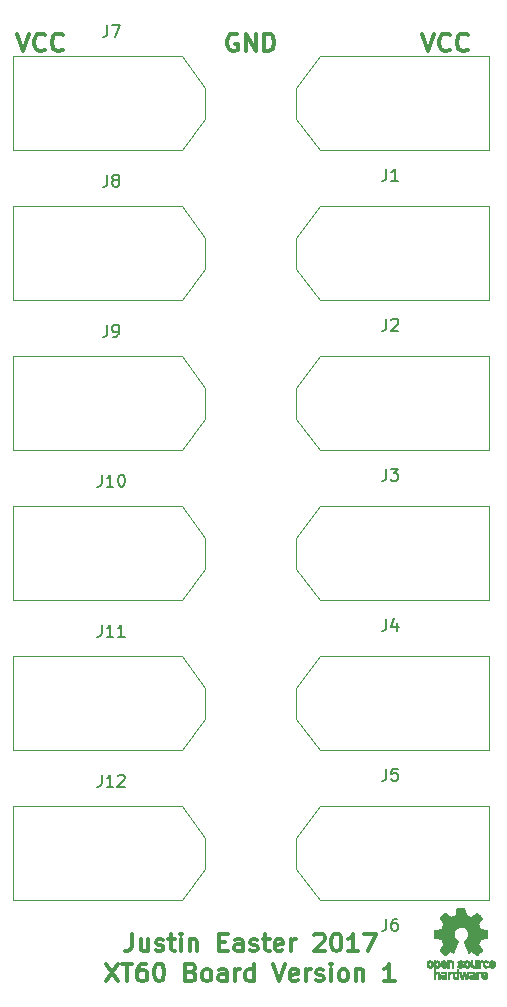
<source format=gbr>
G04 #@! TF.FileFunction,Legend,Top*
%FSLAX46Y46*%
G04 Gerber Fmt 4.6, Leading zero omitted, Abs format (unit mm)*
G04 Created by KiCad (PCBNEW 4.0.7-e2-6376~58~ubuntu16.04.1) date Mon Sep 11 21:05:43 2017*
%MOMM*%
%LPD*%
G01*
G04 APERTURE LIST*
%ADD10C,0.100000*%
%ADD11C,0.300000*%
%ADD12C,0.010000*%
%ADD13C,0.150000*%
G04 APERTURE END LIST*
D10*
D11*
X122370002Y-135068571D02*
X123370002Y-136568571D01*
X123370002Y-135068571D02*
X122370002Y-136568571D01*
X123727144Y-135068571D02*
X124584287Y-135068571D01*
X124155716Y-136568571D02*
X124155716Y-135068571D01*
X125727144Y-135068571D02*
X125441430Y-135068571D01*
X125298573Y-135140000D01*
X125227144Y-135211429D01*
X125084287Y-135425714D01*
X125012858Y-135711429D01*
X125012858Y-136282857D01*
X125084287Y-136425714D01*
X125155715Y-136497143D01*
X125298573Y-136568571D01*
X125584287Y-136568571D01*
X125727144Y-136497143D01*
X125798573Y-136425714D01*
X125870001Y-136282857D01*
X125870001Y-135925714D01*
X125798573Y-135782857D01*
X125727144Y-135711429D01*
X125584287Y-135640000D01*
X125298573Y-135640000D01*
X125155715Y-135711429D01*
X125084287Y-135782857D01*
X125012858Y-135925714D01*
X126798572Y-135068571D02*
X126941429Y-135068571D01*
X127084286Y-135140000D01*
X127155715Y-135211429D01*
X127227144Y-135354286D01*
X127298572Y-135640000D01*
X127298572Y-135997143D01*
X127227144Y-136282857D01*
X127155715Y-136425714D01*
X127084286Y-136497143D01*
X126941429Y-136568571D01*
X126798572Y-136568571D01*
X126655715Y-136497143D01*
X126584286Y-136425714D01*
X126512858Y-136282857D01*
X126441429Y-135997143D01*
X126441429Y-135640000D01*
X126512858Y-135354286D01*
X126584286Y-135211429D01*
X126655715Y-135140000D01*
X126798572Y-135068571D01*
X129584286Y-135782857D02*
X129798572Y-135854286D01*
X129870000Y-135925714D01*
X129941429Y-136068571D01*
X129941429Y-136282857D01*
X129870000Y-136425714D01*
X129798572Y-136497143D01*
X129655714Y-136568571D01*
X129084286Y-136568571D01*
X129084286Y-135068571D01*
X129584286Y-135068571D01*
X129727143Y-135140000D01*
X129798572Y-135211429D01*
X129870000Y-135354286D01*
X129870000Y-135497143D01*
X129798572Y-135640000D01*
X129727143Y-135711429D01*
X129584286Y-135782857D01*
X129084286Y-135782857D01*
X130798572Y-136568571D02*
X130655714Y-136497143D01*
X130584286Y-136425714D01*
X130512857Y-136282857D01*
X130512857Y-135854286D01*
X130584286Y-135711429D01*
X130655714Y-135640000D01*
X130798572Y-135568571D01*
X131012857Y-135568571D01*
X131155714Y-135640000D01*
X131227143Y-135711429D01*
X131298572Y-135854286D01*
X131298572Y-136282857D01*
X131227143Y-136425714D01*
X131155714Y-136497143D01*
X131012857Y-136568571D01*
X130798572Y-136568571D01*
X132584286Y-136568571D02*
X132584286Y-135782857D01*
X132512857Y-135640000D01*
X132370000Y-135568571D01*
X132084286Y-135568571D01*
X131941429Y-135640000D01*
X132584286Y-136497143D02*
X132441429Y-136568571D01*
X132084286Y-136568571D01*
X131941429Y-136497143D01*
X131870000Y-136354286D01*
X131870000Y-136211429D01*
X131941429Y-136068571D01*
X132084286Y-135997143D01*
X132441429Y-135997143D01*
X132584286Y-135925714D01*
X133298572Y-136568571D02*
X133298572Y-135568571D01*
X133298572Y-135854286D02*
X133370000Y-135711429D01*
X133441429Y-135640000D01*
X133584286Y-135568571D01*
X133727143Y-135568571D01*
X134870000Y-136568571D02*
X134870000Y-135068571D01*
X134870000Y-136497143D02*
X134727143Y-136568571D01*
X134441429Y-136568571D01*
X134298571Y-136497143D01*
X134227143Y-136425714D01*
X134155714Y-136282857D01*
X134155714Y-135854286D01*
X134227143Y-135711429D01*
X134298571Y-135640000D01*
X134441429Y-135568571D01*
X134727143Y-135568571D01*
X134870000Y-135640000D01*
X136512857Y-135068571D02*
X137012857Y-136568571D01*
X137512857Y-135068571D01*
X138584285Y-136497143D02*
X138441428Y-136568571D01*
X138155714Y-136568571D01*
X138012857Y-136497143D01*
X137941428Y-136354286D01*
X137941428Y-135782857D01*
X138012857Y-135640000D01*
X138155714Y-135568571D01*
X138441428Y-135568571D01*
X138584285Y-135640000D01*
X138655714Y-135782857D01*
X138655714Y-135925714D01*
X137941428Y-136068571D01*
X139298571Y-136568571D02*
X139298571Y-135568571D01*
X139298571Y-135854286D02*
X139369999Y-135711429D01*
X139441428Y-135640000D01*
X139584285Y-135568571D01*
X139727142Y-135568571D01*
X140155713Y-136497143D02*
X140298570Y-136568571D01*
X140584285Y-136568571D01*
X140727142Y-136497143D01*
X140798570Y-136354286D01*
X140798570Y-136282857D01*
X140727142Y-136140000D01*
X140584285Y-136068571D01*
X140369999Y-136068571D01*
X140227142Y-135997143D01*
X140155713Y-135854286D01*
X140155713Y-135782857D01*
X140227142Y-135640000D01*
X140369999Y-135568571D01*
X140584285Y-135568571D01*
X140727142Y-135640000D01*
X141441428Y-136568571D02*
X141441428Y-135568571D01*
X141441428Y-135068571D02*
X141369999Y-135140000D01*
X141441428Y-135211429D01*
X141512856Y-135140000D01*
X141441428Y-135068571D01*
X141441428Y-135211429D01*
X142370000Y-136568571D02*
X142227142Y-136497143D01*
X142155714Y-136425714D01*
X142084285Y-136282857D01*
X142084285Y-135854286D01*
X142155714Y-135711429D01*
X142227142Y-135640000D01*
X142370000Y-135568571D01*
X142584285Y-135568571D01*
X142727142Y-135640000D01*
X142798571Y-135711429D01*
X142870000Y-135854286D01*
X142870000Y-136282857D01*
X142798571Y-136425714D01*
X142727142Y-136497143D01*
X142584285Y-136568571D01*
X142370000Y-136568571D01*
X143512857Y-135568571D02*
X143512857Y-136568571D01*
X143512857Y-135711429D02*
X143584285Y-135640000D01*
X143727143Y-135568571D01*
X143941428Y-135568571D01*
X144084285Y-135640000D01*
X144155714Y-135782857D01*
X144155714Y-136568571D01*
X146798571Y-136568571D02*
X145941428Y-136568571D01*
X146370000Y-136568571D02*
X146370000Y-135068571D01*
X146227143Y-135282857D01*
X146084285Y-135425714D01*
X145941428Y-135497143D01*
X124584286Y-132528571D02*
X124584286Y-133600000D01*
X124512858Y-133814286D01*
X124370001Y-133957143D01*
X124155715Y-134028571D01*
X124012858Y-134028571D01*
X125941429Y-133028571D02*
X125941429Y-134028571D01*
X125298572Y-133028571D02*
X125298572Y-133814286D01*
X125370000Y-133957143D01*
X125512858Y-134028571D01*
X125727143Y-134028571D01*
X125870000Y-133957143D01*
X125941429Y-133885714D01*
X126584286Y-133957143D02*
X126727143Y-134028571D01*
X127012858Y-134028571D01*
X127155715Y-133957143D01*
X127227143Y-133814286D01*
X127227143Y-133742857D01*
X127155715Y-133600000D01*
X127012858Y-133528571D01*
X126798572Y-133528571D01*
X126655715Y-133457143D01*
X126584286Y-133314286D01*
X126584286Y-133242857D01*
X126655715Y-133100000D01*
X126798572Y-133028571D01*
X127012858Y-133028571D01*
X127155715Y-133100000D01*
X127655715Y-133028571D02*
X128227144Y-133028571D01*
X127870001Y-132528571D02*
X127870001Y-133814286D01*
X127941429Y-133957143D01*
X128084287Y-134028571D01*
X128227144Y-134028571D01*
X128727144Y-134028571D02*
X128727144Y-133028571D01*
X128727144Y-132528571D02*
X128655715Y-132600000D01*
X128727144Y-132671429D01*
X128798572Y-132600000D01*
X128727144Y-132528571D01*
X128727144Y-132671429D01*
X129441430Y-133028571D02*
X129441430Y-134028571D01*
X129441430Y-133171429D02*
X129512858Y-133100000D01*
X129655716Y-133028571D01*
X129870001Y-133028571D01*
X130012858Y-133100000D01*
X130084287Y-133242857D01*
X130084287Y-134028571D01*
X131941430Y-133242857D02*
X132441430Y-133242857D01*
X132655716Y-134028571D02*
X131941430Y-134028571D01*
X131941430Y-132528571D01*
X132655716Y-132528571D01*
X133941430Y-134028571D02*
X133941430Y-133242857D01*
X133870001Y-133100000D01*
X133727144Y-133028571D01*
X133441430Y-133028571D01*
X133298573Y-133100000D01*
X133941430Y-133957143D02*
X133798573Y-134028571D01*
X133441430Y-134028571D01*
X133298573Y-133957143D01*
X133227144Y-133814286D01*
X133227144Y-133671429D01*
X133298573Y-133528571D01*
X133441430Y-133457143D01*
X133798573Y-133457143D01*
X133941430Y-133385714D01*
X134584287Y-133957143D02*
X134727144Y-134028571D01*
X135012859Y-134028571D01*
X135155716Y-133957143D01*
X135227144Y-133814286D01*
X135227144Y-133742857D01*
X135155716Y-133600000D01*
X135012859Y-133528571D01*
X134798573Y-133528571D01*
X134655716Y-133457143D01*
X134584287Y-133314286D01*
X134584287Y-133242857D01*
X134655716Y-133100000D01*
X134798573Y-133028571D01*
X135012859Y-133028571D01*
X135155716Y-133100000D01*
X135655716Y-133028571D02*
X136227145Y-133028571D01*
X135870002Y-132528571D02*
X135870002Y-133814286D01*
X135941430Y-133957143D01*
X136084288Y-134028571D01*
X136227145Y-134028571D01*
X137298573Y-133957143D02*
X137155716Y-134028571D01*
X136870002Y-134028571D01*
X136727145Y-133957143D01*
X136655716Y-133814286D01*
X136655716Y-133242857D01*
X136727145Y-133100000D01*
X136870002Y-133028571D01*
X137155716Y-133028571D01*
X137298573Y-133100000D01*
X137370002Y-133242857D01*
X137370002Y-133385714D01*
X136655716Y-133528571D01*
X138012859Y-134028571D02*
X138012859Y-133028571D01*
X138012859Y-133314286D02*
X138084287Y-133171429D01*
X138155716Y-133100000D01*
X138298573Y-133028571D01*
X138441430Y-133028571D01*
X140012858Y-132671429D02*
X140084287Y-132600000D01*
X140227144Y-132528571D01*
X140584287Y-132528571D01*
X140727144Y-132600000D01*
X140798573Y-132671429D01*
X140870001Y-132814286D01*
X140870001Y-132957143D01*
X140798573Y-133171429D01*
X139941430Y-134028571D01*
X140870001Y-134028571D01*
X141798572Y-132528571D02*
X141941429Y-132528571D01*
X142084286Y-132600000D01*
X142155715Y-132671429D01*
X142227144Y-132814286D01*
X142298572Y-133100000D01*
X142298572Y-133457143D01*
X142227144Y-133742857D01*
X142155715Y-133885714D01*
X142084286Y-133957143D01*
X141941429Y-134028571D01*
X141798572Y-134028571D01*
X141655715Y-133957143D01*
X141584286Y-133885714D01*
X141512858Y-133742857D01*
X141441429Y-133457143D01*
X141441429Y-133100000D01*
X141512858Y-132814286D01*
X141584286Y-132671429D01*
X141655715Y-132600000D01*
X141798572Y-132528571D01*
X143727143Y-134028571D02*
X142870000Y-134028571D01*
X143298572Y-134028571D02*
X143298572Y-132528571D01*
X143155715Y-132742857D01*
X143012857Y-132885714D01*
X142870000Y-132957143D01*
X144227143Y-132528571D02*
X145227143Y-132528571D01*
X144584286Y-134028571D01*
X114840000Y-56328571D02*
X115340000Y-57828571D01*
X115840000Y-56328571D01*
X117197143Y-57685714D02*
X117125714Y-57757143D01*
X116911428Y-57828571D01*
X116768571Y-57828571D01*
X116554286Y-57757143D01*
X116411428Y-57614286D01*
X116340000Y-57471429D01*
X116268571Y-57185714D01*
X116268571Y-56971429D01*
X116340000Y-56685714D01*
X116411428Y-56542857D01*
X116554286Y-56400000D01*
X116768571Y-56328571D01*
X116911428Y-56328571D01*
X117125714Y-56400000D01*
X117197143Y-56471429D01*
X118697143Y-57685714D02*
X118625714Y-57757143D01*
X118411428Y-57828571D01*
X118268571Y-57828571D01*
X118054286Y-57757143D01*
X117911428Y-57614286D01*
X117840000Y-57471429D01*
X117768571Y-57185714D01*
X117768571Y-56971429D01*
X117840000Y-56685714D01*
X117911428Y-56542857D01*
X118054286Y-56400000D01*
X118268571Y-56328571D01*
X118411428Y-56328571D01*
X118625714Y-56400000D01*
X118697143Y-56471429D01*
X149130000Y-56328571D02*
X149630000Y-57828571D01*
X150130000Y-56328571D01*
X151487143Y-57685714D02*
X151415714Y-57757143D01*
X151201428Y-57828571D01*
X151058571Y-57828571D01*
X150844286Y-57757143D01*
X150701428Y-57614286D01*
X150630000Y-57471429D01*
X150558571Y-57185714D01*
X150558571Y-56971429D01*
X150630000Y-56685714D01*
X150701428Y-56542857D01*
X150844286Y-56400000D01*
X151058571Y-56328571D01*
X151201428Y-56328571D01*
X151415714Y-56400000D01*
X151487143Y-56471429D01*
X152987143Y-57685714D02*
X152915714Y-57757143D01*
X152701428Y-57828571D01*
X152558571Y-57828571D01*
X152344286Y-57757143D01*
X152201428Y-57614286D01*
X152130000Y-57471429D01*
X152058571Y-57185714D01*
X152058571Y-56971429D01*
X152130000Y-56685714D01*
X152201428Y-56542857D01*
X152344286Y-56400000D01*
X152558571Y-56328571D01*
X152701428Y-56328571D01*
X152915714Y-56400000D01*
X152987143Y-56471429D01*
X133477143Y-56400000D02*
X133334286Y-56328571D01*
X133120000Y-56328571D01*
X132905715Y-56400000D01*
X132762857Y-56542857D01*
X132691429Y-56685714D01*
X132620000Y-56971429D01*
X132620000Y-57185714D01*
X132691429Y-57471429D01*
X132762857Y-57614286D01*
X132905715Y-57757143D01*
X133120000Y-57828571D01*
X133262857Y-57828571D01*
X133477143Y-57757143D01*
X133548572Y-57685714D01*
X133548572Y-57185714D01*
X133262857Y-57185714D01*
X134191429Y-57828571D02*
X134191429Y-56328571D01*
X135048572Y-57828571D01*
X135048572Y-56328571D01*
X135762858Y-57828571D02*
X135762858Y-56328571D01*
X136120001Y-56328571D01*
X136334286Y-56400000D01*
X136477144Y-56542857D01*
X136548572Y-56685714D01*
X136620001Y-56971429D01*
X136620001Y-57185714D01*
X136548572Y-57471429D01*
X136477144Y-57614286D01*
X136334286Y-57757143D01*
X136120001Y-57828571D01*
X135762858Y-57828571D01*
D10*
X150075000Y-66230000D02*
X154775000Y-66230000D01*
X154775000Y-66230000D02*
X154775000Y-64630000D01*
X150375000Y-58230000D02*
X154575000Y-58230000D01*
X154575000Y-58230000D02*
X154675000Y-58230000D01*
X154675000Y-58230000D02*
X154775000Y-58230000D01*
X154775000Y-58230000D02*
X154775000Y-62230000D01*
X140475000Y-66230000D02*
X138475000Y-63530000D01*
X140475000Y-58230000D02*
X138475000Y-60930000D01*
X138475000Y-62230000D02*
X138475000Y-63480000D01*
X138475000Y-62230000D02*
X138475000Y-60980000D01*
X142875000Y-66230000D02*
X140475000Y-66230000D01*
X145875000Y-66230000D02*
X142875000Y-66230000D01*
X142875000Y-58230000D02*
X140475000Y-58230000D01*
X145975000Y-58230000D02*
X142875000Y-58230000D01*
X138475000Y-62130000D02*
X138475000Y-62430000D01*
X154775000Y-62230000D02*
X154775000Y-64630000D01*
X150375000Y-58230000D02*
X145975000Y-58230000D01*
X150075000Y-66230000D02*
X145875000Y-66230000D01*
X150075000Y-78930000D02*
X154775000Y-78930000D01*
X154775000Y-78930000D02*
X154775000Y-77330000D01*
X150375000Y-70930000D02*
X154575000Y-70930000D01*
X154575000Y-70930000D02*
X154675000Y-70930000D01*
X154675000Y-70930000D02*
X154775000Y-70930000D01*
X154775000Y-70930000D02*
X154775000Y-74930000D01*
X140475000Y-78930000D02*
X138475000Y-76230000D01*
X140475000Y-70930000D02*
X138475000Y-73630000D01*
X138475000Y-74930000D02*
X138475000Y-76180000D01*
X138475000Y-74930000D02*
X138475000Y-73680000D01*
X142875000Y-78930000D02*
X140475000Y-78930000D01*
X145875000Y-78930000D02*
X142875000Y-78930000D01*
X142875000Y-70930000D02*
X140475000Y-70930000D01*
X145975000Y-70930000D02*
X142875000Y-70930000D01*
X138475000Y-74830000D02*
X138475000Y-75130000D01*
X154775000Y-74930000D02*
X154775000Y-77330000D01*
X150375000Y-70930000D02*
X145975000Y-70930000D01*
X150075000Y-78930000D02*
X145875000Y-78930000D01*
X150075000Y-91630000D02*
X154775000Y-91630000D01*
X154775000Y-91630000D02*
X154775000Y-90030000D01*
X150375000Y-83630000D02*
X154575000Y-83630000D01*
X154575000Y-83630000D02*
X154675000Y-83630000D01*
X154675000Y-83630000D02*
X154775000Y-83630000D01*
X154775000Y-83630000D02*
X154775000Y-87630000D01*
X140475000Y-91630000D02*
X138475000Y-88930000D01*
X140475000Y-83630000D02*
X138475000Y-86330000D01*
X138475000Y-87630000D02*
X138475000Y-88880000D01*
X138475000Y-87630000D02*
X138475000Y-86380000D01*
X142875000Y-91630000D02*
X140475000Y-91630000D01*
X145875000Y-91630000D02*
X142875000Y-91630000D01*
X142875000Y-83630000D02*
X140475000Y-83630000D01*
X145975000Y-83630000D02*
X142875000Y-83630000D01*
X138475000Y-87530000D02*
X138475000Y-87830000D01*
X154775000Y-87630000D02*
X154775000Y-90030000D01*
X150375000Y-83630000D02*
X145975000Y-83630000D01*
X150075000Y-91630000D02*
X145875000Y-91630000D01*
X150075000Y-104330000D02*
X154775000Y-104330000D01*
X154775000Y-104330000D02*
X154775000Y-102730000D01*
X150375000Y-96330000D02*
X154575000Y-96330000D01*
X154575000Y-96330000D02*
X154675000Y-96330000D01*
X154675000Y-96330000D02*
X154775000Y-96330000D01*
X154775000Y-96330000D02*
X154775000Y-100330000D01*
X140475000Y-104330000D02*
X138475000Y-101630000D01*
X140475000Y-96330000D02*
X138475000Y-99030000D01*
X138475000Y-100330000D02*
X138475000Y-101580000D01*
X138475000Y-100330000D02*
X138475000Y-99080000D01*
X142875000Y-104330000D02*
X140475000Y-104330000D01*
X145875000Y-104330000D02*
X142875000Y-104330000D01*
X142875000Y-96330000D02*
X140475000Y-96330000D01*
X145975000Y-96330000D02*
X142875000Y-96330000D01*
X138475000Y-100230000D02*
X138475000Y-100530000D01*
X154775000Y-100330000D02*
X154775000Y-102730000D01*
X150375000Y-96330000D02*
X145975000Y-96330000D01*
X150075000Y-104330000D02*
X145875000Y-104330000D01*
X150075000Y-117030000D02*
X154775000Y-117030000D01*
X154775000Y-117030000D02*
X154775000Y-115430000D01*
X150375000Y-109030000D02*
X154575000Y-109030000D01*
X154575000Y-109030000D02*
X154675000Y-109030000D01*
X154675000Y-109030000D02*
X154775000Y-109030000D01*
X154775000Y-109030000D02*
X154775000Y-113030000D01*
X140475000Y-117030000D02*
X138475000Y-114330000D01*
X140475000Y-109030000D02*
X138475000Y-111730000D01*
X138475000Y-113030000D02*
X138475000Y-114280000D01*
X138475000Y-113030000D02*
X138475000Y-111780000D01*
X142875000Y-117030000D02*
X140475000Y-117030000D01*
X145875000Y-117030000D02*
X142875000Y-117030000D01*
X142875000Y-109030000D02*
X140475000Y-109030000D01*
X145975000Y-109030000D02*
X142875000Y-109030000D01*
X138475000Y-112930000D02*
X138475000Y-113230000D01*
X154775000Y-113030000D02*
X154775000Y-115430000D01*
X150375000Y-109030000D02*
X145975000Y-109030000D01*
X150075000Y-117030000D02*
X145875000Y-117030000D01*
X150075000Y-129730000D02*
X154775000Y-129730000D01*
X154775000Y-129730000D02*
X154775000Y-128130000D01*
X150375000Y-121730000D02*
X154575000Y-121730000D01*
X154575000Y-121730000D02*
X154675000Y-121730000D01*
X154675000Y-121730000D02*
X154775000Y-121730000D01*
X154775000Y-121730000D02*
X154775000Y-125730000D01*
X140475000Y-129730000D02*
X138475000Y-127030000D01*
X140475000Y-121730000D02*
X138475000Y-124430000D01*
X138475000Y-125730000D02*
X138475000Y-126980000D01*
X138475000Y-125730000D02*
X138475000Y-124480000D01*
X142875000Y-129730000D02*
X140475000Y-129730000D01*
X145875000Y-129730000D02*
X142875000Y-129730000D01*
X142875000Y-121730000D02*
X140475000Y-121730000D01*
X145975000Y-121730000D02*
X142875000Y-121730000D01*
X138475000Y-125630000D02*
X138475000Y-125930000D01*
X154775000Y-125730000D02*
X154775000Y-128130000D01*
X150375000Y-121730000D02*
X145975000Y-121730000D01*
X150075000Y-129730000D02*
X145875000Y-129730000D01*
X119165000Y-58230000D02*
X114465000Y-58230000D01*
X114465000Y-58230000D02*
X114465000Y-59830000D01*
X118865000Y-66230000D02*
X114665000Y-66230000D01*
X114665000Y-66230000D02*
X114565000Y-66230000D01*
X114565000Y-66230000D02*
X114465000Y-66230000D01*
X114465000Y-66230000D02*
X114465000Y-62230000D01*
X128765000Y-58230000D02*
X130765000Y-60930000D01*
X128765000Y-66230000D02*
X130765000Y-63530000D01*
X130765000Y-62230000D02*
X130765000Y-60980000D01*
X130765000Y-62230000D02*
X130765000Y-63480000D01*
X126365000Y-58230000D02*
X128765000Y-58230000D01*
X123365000Y-58230000D02*
X126365000Y-58230000D01*
X126365000Y-66230000D02*
X128765000Y-66230000D01*
X123265000Y-66230000D02*
X126365000Y-66230000D01*
X130765000Y-62330000D02*
X130765000Y-62030000D01*
X114465000Y-62230000D02*
X114465000Y-59830000D01*
X118865000Y-66230000D02*
X123265000Y-66230000D01*
X119165000Y-58230000D02*
X123365000Y-58230000D01*
X119165000Y-70930000D02*
X114465000Y-70930000D01*
X114465000Y-70930000D02*
X114465000Y-72530000D01*
X118865000Y-78930000D02*
X114665000Y-78930000D01*
X114665000Y-78930000D02*
X114565000Y-78930000D01*
X114565000Y-78930000D02*
X114465000Y-78930000D01*
X114465000Y-78930000D02*
X114465000Y-74930000D01*
X128765000Y-70930000D02*
X130765000Y-73630000D01*
X128765000Y-78930000D02*
X130765000Y-76230000D01*
X130765000Y-74930000D02*
X130765000Y-73680000D01*
X130765000Y-74930000D02*
X130765000Y-76180000D01*
X126365000Y-70930000D02*
X128765000Y-70930000D01*
X123365000Y-70930000D02*
X126365000Y-70930000D01*
X126365000Y-78930000D02*
X128765000Y-78930000D01*
X123265000Y-78930000D02*
X126365000Y-78930000D01*
X130765000Y-75030000D02*
X130765000Y-74730000D01*
X114465000Y-74930000D02*
X114465000Y-72530000D01*
X118865000Y-78930000D02*
X123265000Y-78930000D01*
X119165000Y-70930000D02*
X123365000Y-70930000D01*
X119165000Y-83630000D02*
X114465000Y-83630000D01*
X114465000Y-83630000D02*
X114465000Y-85230000D01*
X118865000Y-91630000D02*
X114665000Y-91630000D01*
X114665000Y-91630000D02*
X114565000Y-91630000D01*
X114565000Y-91630000D02*
X114465000Y-91630000D01*
X114465000Y-91630000D02*
X114465000Y-87630000D01*
X128765000Y-83630000D02*
X130765000Y-86330000D01*
X128765000Y-91630000D02*
X130765000Y-88930000D01*
X130765000Y-87630000D02*
X130765000Y-86380000D01*
X130765000Y-87630000D02*
X130765000Y-88880000D01*
X126365000Y-83630000D02*
X128765000Y-83630000D01*
X123365000Y-83630000D02*
X126365000Y-83630000D01*
X126365000Y-91630000D02*
X128765000Y-91630000D01*
X123265000Y-91630000D02*
X126365000Y-91630000D01*
X130765000Y-87730000D02*
X130765000Y-87430000D01*
X114465000Y-87630000D02*
X114465000Y-85230000D01*
X118865000Y-91630000D02*
X123265000Y-91630000D01*
X119165000Y-83630000D02*
X123365000Y-83630000D01*
X119165000Y-96330000D02*
X114465000Y-96330000D01*
X114465000Y-96330000D02*
X114465000Y-97930000D01*
X118865000Y-104330000D02*
X114665000Y-104330000D01*
X114665000Y-104330000D02*
X114565000Y-104330000D01*
X114565000Y-104330000D02*
X114465000Y-104330000D01*
X114465000Y-104330000D02*
X114465000Y-100330000D01*
X128765000Y-96330000D02*
X130765000Y-99030000D01*
X128765000Y-104330000D02*
X130765000Y-101630000D01*
X130765000Y-100330000D02*
X130765000Y-99080000D01*
X130765000Y-100330000D02*
X130765000Y-101580000D01*
X126365000Y-96330000D02*
X128765000Y-96330000D01*
X123365000Y-96330000D02*
X126365000Y-96330000D01*
X126365000Y-104330000D02*
X128765000Y-104330000D01*
X123265000Y-104330000D02*
X126365000Y-104330000D01*
X130765000Y-100430000D02*
X130765000Y-100130000D01*
X114465000Y-100330000D02*
X114465000Y-97930000D01*
X118865000Y-104330000D02*
X123265000Y-104330000D01*
X119165000Y-96330000D02*
X123365000Y-96330000D01*
X119165000Y-109030000D02*
X114465000Y-109030000D01*
X114465000Y-109030000D02*
X114465000Y-110630000D01*
X118865000Y-117030000D02*
X114665000Y-117030000D01*
X114665000Y-117030000D02*
X114565000Y-117030000D01*
X114565000Y-117030000D02*
X114465000Y-117030000D01*
X114465000Y-117030000D02*
X114465000Y-113030000D01*
X128765000Y-109030000D02*
X130765000Y-111730000D01*
X128765000Y-117030000D02*
X130765000Y-114330000D01*
X130765000Y-113030000D02*
X130765000Y-111780000D01*
X130765000Y-113030000D02*
X130765000Y-114280000D01*
X126365000Y-109030000D02*
X128765000Y-109030000D01*
X123365000Y-109030000D02*
X126365000Y-109030000D01*
X126365000Y-117030000D02*
X128765000Y-117030000D01*
X123265000Y-117030000D02*
X126365000Y-117030000D01*
X130765000Y-113130000D02*
X130765000Y-112830000D01*
X114465000Y-113030000D02*
X114465000Y-110630000D01*
X118865000Y-117030000D02*
X123265000Y-117030000D01*
X119165000Y-109030000D02*
X123365000Y-109030000D01*
X119165000Y-121730000D02*
X114465000Y-121730000D01*
X114465000Y-121730000D02*
X114465000Y-123330000D01*
X118865000Y-129730000D02*
X114665000Y-129730000D01*
X114665000Y-129730000D02*
X114565000Y-129730000D01*
X114565000Y-129730000D02*
X114465000Y-129730000D01*
X114465000Y-129730000D02*
X114465000Y-125730000D01*
X128765000Y-121730000D02*
X130765000Y-124430000D01*
X128765000Y-129730000D02*
X130765000Y-127030000D01*
X130765000Y-125730000D02*
X130765000Y-124480000D01*
X130765000Y-125730000D02*
X130765000Y-126980000D01*
X126365000Y-121730000D02*
X128765000Y-121730000D01*
X123365000Y-121730000D02*
X126365000Y-121730000D01*
X126365000Y-129730000D02*
X128765000Y-129730000D01*
X123265000Y-129730000D02*
X126365000Y-129730000D01*
X130765000Y-125830000D02*
X130765000Y-125530000D01*
X114465000Y-125730000D02*
X114465000Y-123330000D01*
X118865000Y-129730000D02*
X123265000Y-129730000D01*
X119165000Y-121730000D02*
X123365000Y-121730000D01*
D12*
G36*
X150491241Y-134819184D02*
X150517753Y-134832282D01*
X150550447Y-134855106D01*
X150574275Y-134879996D01*
X150590594Y-134911249D01*
X150600760Y-134953166D01*
X150606128Y-135010044D01*
X150608056Y-135086184D01*
X150608169Y-135118917D01*
X150607839Y-135190656D01*
X150606473Y-135241927D01*
X150603500Y-135277404D01*
X150598351Y-135301763D01*
X150590457Y-135319680D01*
X150582243Y-135331902D01*
X150529813Y-135383905D01*
X150468070Y-135415184D01*
X150401464Y-135424592D01*
X150334442Y-135410980D01*
X150313208Y-135401354D01*
X150262376Y-135374859D01*
X150262376Y-135790052D01*
X150299475Y-135770868D01*
X150348357Y-135756025D01*
X150408439Y-135752222D01*
X150468436Y-135759243D01*
X150513744Y-135775013D01*
X150551325Y-135805047D01*
X150583436Y-135848024D01*
X150585850Y-135852436D01*
X150596033Y-135873221D01*
X150603470Y-135894170D01*
X150608589Y-135919548D01*
X150611819Y-135953618D01*
X150613587Y-136000641D01*
X150614323Y-136064882D01*
X150614456Y-136137176D01*
X150614456Y-136367822D01*
X150476139Y-136367822D01*
X150476139Y-135942533D01*
X150437451Y-135909979D01*
X150397262Y-135883940D01*
X150359203Y-135879205D01*
X150320934Y-135891389D01*
X150300538Y-135903320D01*
X150285358Y-135920313D01*
X150274562Y-135945995D01*
X150267317Y-135983991D01*
X150262792Y-136037926D01*
X150260156Y-136111425D01*
X150259228Y-136160347D01*
X150256089Y-136361535D01*
X150190074Y-136365336D01*
X150124060Y-136369136D01*
X150124060Y-135120650D01*
X150262376Y-135120650D01*
X150265903Y-135190254D01*
X150277785Y-135238569D01*
X150299980Y-135268631D01*
X150334441Y-135283471D01*
X150369258Y-135286436D01*
X150408671Y-135283028D01*
X150434829Y-135269617D01*
X150451186Y-135251896D01*
X150464063Y-135232835D01*
X150471728Y-135211601D01*
X150475139Y-135181849D01*
X150475251Y-135137236D01*
X150474103Y-135099880D01*
X150471468Y-135043604D01*
X150467544Y-135006658D01*
X150460937Y-134983223D01*
X150450251Y-134967480D01*
X150440167Y-134958380D01*
X150398030Y-134938537D01*
X150348160Y-134935332D01*
X150319524Y-134942168D01*
X150291172Y-134966464D01*
X150272391Y-135013728D01*
X150263288Y-135083624D01*
X150262376Y-135120650D01*
X150124060Y-135120650D01*
X150124060Y-134808614D01*
X150193218Y-134808614D01*
X150234740Y-134810256D01*
X150256162Y-134816087D01*
X150262374Y-134827461D01*
X150262376Y-134827798D01*
X150265258Y-134838938D01*
X150277970Y-134837673D01*
X150303243Y-134825433D01*
X150362131Y-134806707D01*
X150428385Y-134804739D01*
X150491241Y-134819184D01*
X150491241Y-134819184D01*
G37*
X150491241Y-134819184D02*
X150517753Y-134832282D01*
X150550447Y-134855106D01*
X150574275Y-134879996D01*
X150590594Y-134911249D01*
X150600760Y-134953166D01*
X150606128Y-135010044D01*
X150608056Y-135086184D01*
X150608169Y-135118917D01*
X150607839Y-135190656D01*
X150606473Y-135241927D01*
X150603500Y-135277404D01*
X150598351Y-135301763D01*
X150590457Y-135319680D01*
X150582243Y-135331902D01*
X150529813Y-135383905D01*
X150468070Y-135415184D01*
X150401464Y-135424592D01*
X150334442Y-135410980D01*
X150313208Y-135401354D01*
X150262376Y-135374859D01*
X150262376Y-135790052D01*
X150299475Y-135770868D01*
X150348357Y-135756025D01*
X150408439Y-135752222D01*
X150468436Y-135759243D01*
X150513744Y-135775013D01*
X150551325Y-135805047D01*
X150583436Y-135848024D01*
X150585850Y-135852436D01*
X150596033Y-135873221D01*
X150603470Y-135894170D01*
X150608589Y-135919548D01*
X150611819Y-135953618D01*
X150613587Y-136000641D01*
X150614323Y-136064882D01*
X150614456Y-136137176D01*
X150614456Y-136367822D01*
X150476139Y-136367822D01*
X150476139Y-135942533D01*
X150437451Y-135909979D01*
X150397262Y-135883940D01*
X150359203Y-135879205D01*
X150320934Y-135891389D01*
X150300538Y-135903320D01*
X150285358Y-135920313D01*
X150274562Y-135945995D01*
X150267317Y-135983991D01*
X150262792Y-136037926D01*
X150260156Y-136111425D01*
X150259228Y-136160347D01*
X150256089Y-136361535D01*
X150190074Y-136365336D01*
X150124060Y-136369136D01*
X150124060Y-135120650D01*
X150262376Y-135120650D01*
X150265903Y-135190254D01*
X150277785Y-135238569D01*
X150299980Y-135268631D01*
X150334441Y-135283471D01*
X150369258Y-135286436D01*
X150408671Y-135283028D01*
X150434829Y-135269617D01*
X150451186Y-135251896D01*
X150464063Y-135232835D01*
X150471728Y-135211601D01*
X150475139Y-135181849D01*
X150475251Y-135137236D01*
X150474103Y-135099880D01*
X150471468Y-135043604D01*
X150467544Y-135006658D01*
X150460937Y-134983223D01*
X150450251Y-134967480D01*
X150440167Y-134958380D01*
X150398030Y-134938537D01*
X150348160Y-134935332D01*
X150319524Y-134942168D01*
X150291172Y-134966464D01*
X150272391Y-135013728D01*
X150263288Y-135083624D01*
X150262376Y-135120650D01*
X150124060Y-135120650D01*
X150124060Y-134808614D01*
X150193218Y-134808614D01*
X150234740Y-134810256D01*
X150256162Y-134816087D01*
X150262374Y-134827461D01*
X150262376Y-134827798D01*
X150265258Y-134838938D01*
X150277970Y-134837673D01*
X150303243Y-134825433D01*
X150362131Y-134806707D01*
X150428385Y-134804739D01*
X150491241Y-134819184D01*
G36*
X151015790Y-135756555D02*
X151074945Y-135772339D01*
X151119977Y-135800948D01*
X151151754Y-135838419D01*
X151161634Y-135854411D01*
X151168927Y-135871163D01*
X151174026Y-135892592D01*
X151177321Y-135922616D01*
X151179203Y-135965154D01*
X151180063Y-136024122D01*
X151180293Y-136103440D01*
X151180297Y-136124484D01*
X151180297Y-136367822D01*
X151119941Y-136367822D01*
X151081443Y-136365126D01*
X151052977Y-136358295D01*
X151045845Y-136354083D01*
X151026348Y-136346813D01*
X151006434Y-136354083D01*
X150973647Y-136363160D01*
X150926022Y-136366813D01*
X150873236Y-136365228D01*
X150824964Y-136358589D01*
X150796782Y-136350072D01*
X150742247Y-136315063D01*
X150708165Y-136266479D01*
X150692843Y-136201882D01*
X150692701Y-136200223D01*
X150694045Y-136171566D01*
X150815644Y-136171566D01*
X150826274Y-136204161D01*
X150843590Y-136222505D01*
X150878348Y-136236379D01*
X150924227Y-136241917D01*
X150971012Y-136239191D01*
X151008486Y-136228274D01*
X151018985Y-136221269D01*
X151037332Y-136188904D01*
X151041980Y-136152111D01*
X151041980Y-136103763D01*
X150972418Y-136103763D01*
X150906333Y-136108850D01*
X150856236Y-136123263D01*
X150825071Y-136145729D01*
X150815644Y-136171566D01*
X150694045Y-136171566D01*
X150696013Y-136129647D01*
X150719290Y-136073845D01*
X150763052Y-136031647D01*
X150769101Y-136027808D01*
X150795093Y-136015309D01*
X150827265Y-136007740D01*
X150872240Y-136004061D01*
X150925669Y-136003216D01*
X151041980Y-136003169D01*
X151041980Y-135954411D01*
X151037047Y-135916581D01*
X151024457Y-135891236D01*
X151022983Y-135889887D01*
X150994966Y-135878800D01*
X150952674Y-135874503D01*
X150905936Y-135876615D01*
X150864582Y-135884756D01*
X150840043Y-135896965D01*
X150826747Y-135906746D01*
X150812706Y-135908613D01*
X150793329Y-135900600D01*
X150764024Y-135880739D01*
X150720197Y-135847063D01*
X150716175Y-135843909D01*
X150718236Y-135832236D01*
X150735432Y-135812822D01*
X150761567Y-135791248D01*
X150790448Y-135773096D01*
X150799522Y-135768809D01*
X150832620Y-135760256D01*
X150881120Y-135754155D01*
X150935305Y-135751708D01*
X150937839Y-135751703D01*
X151015790Y-135756555D01*
X151015790Y-135756555D01*
G37*
X151015790Y-135756555D02*
X151074945Y-135772339D01*
X151119977Y-135800948D01*
X151151754Y-135838419D01*
X151161634Y-135854411D01*
X151168927Y-135871163D01*
X151174026Y-135892592D01*
X151177321Y-135922616D01*
X151179203Y-135965154D01*
X151180063Y-136024122D01*
X151180293Y-136103440D01*
X151180297Y-136124484D01*
X151180297Y-136367822D01*
X151119941Y-136367822D01*
X151081443Y-136365126D01*
X151052977Y-136358295D01*
X151045845Y-136354083D01*
X151026348Y-136346813D01*
X151006434Y-136354083D01*
X150973647Y-136363160D01*
X150926022Y-136366813D01*
X150873236Y-136365228D01*
X150824964Y-136358589D01*
X150796782Y-136350072D01*
X150742247Y-136315063D01*
X150708165Y-136266479D01*
X150692843Y-136201882D01*
X150692701Y-136200223D01*
X150694045Y-136171566D01*
X150815644Y-136171566D01*
X150826274Y-136204161D01*
X150843590Y-136222505D01*
X150878348Y-136236379D01*
X150924227Y-136241917D01*
X150971012Y-136239191D01*
X151008486Y-136228274D01*
X151018985Y-136221269D01*
X151037332Y-136188904D01*
X151041980Y-136152111D01*
X151041980Y-136103763D01*
X150972418Y-136103763D01*
X150906333Y-136108850D01*
X150856236Y-136123263D01*
X150825071Y-136145729D01*
X150815644Y-136171566D01*
X150694045Y-136171566D01*
X150696013Y-136129647D01*
X150719290Y-136073845D01*
X150763052Y-136031647D01*
X150769101Y-136027808D01*
X150795093Y-136015309D01*
X150827265Y-136007740D01*
X150872240Y-136004061D01*
X150925669Y-136003216D01*
X151041980Y-136003169D01*
X151041980Y-135954411D01*
X151037047Y-135916581D01*
X151024457Y-135891236D01*
X151022983Y-135889887D01*
X150994966Y-135878800D01*
X150952674Y-135874503D01*
X150905936Y-135876615D01*
X150864582Y-135884756D01*
X150840043Y-135896965D01*
X150826747Y-135906746D01*
X150812706Y-135908613D01*
X150793329Y-135900600D01*
X150764024Y-135880739D01*
X150720197Y-135847063D01*
X150716175Y-135843909D01*
X150718236Y-135832236D01*
X150735432Y-135812822D01*
X150761567Y-135791248D01*
X150790448Y-135773096D01*
X150799522Y-135768809D01*
X150832620Y-135760256D01*
X150881120Y-135754155D01*
X150935305Y-135751708D01*
X150937839Y-135751703D01*
X151015790Y-135756555D01*
G36*
X151406644Y-135753020D02*
X151425461Y-135758660D01*
X151431527Y-135771053D01*
X151431782Y-135776647D01*
X151432871Y-135792230D01*
X151440368Y-135794676D01*
X151460619Y-135783993D01*
X151472649Y-135776694D01*
X151510600Y-135761063D01*
X151555928Y-135753334D01*
X151603456Y-135752740D01*
X151648005Y-135758513D01*
X151684398Y-135769884D01*
X151707457Y-135786088D01*
X151712004Y-135806355D01*
X151709709Y-135811843D01*
X151692980Y-135834626D01*
X151667037Y-135862647D01*
X151662345Y-135867177D01*
X151637617Y-135888005D01*
X151616282Y-135894735D01*
X151586445Y-135890038D01*
X151574492Y-135886917D01*
X151537295Y-135879421D01*
X151511141Y-135882792D01*
X151489054Y-135894681D01*
X151468822Y-135910635D01*
X151453921Y-135930700D01*
X151443566Y-135958702D01*
X151436971Y-135998467D01*
X151433351Y-136053823D01*
X151431922Y-136128594D01*
X151431782Y-136173740D01*
X151431782Y-136367822D01*
X151306040Y-136367822D01*
X151306040Y-135751683D01*
X151368911Y-135751683D01*
X151406644Y-135753020D01*
X151406644Y-135753020D01*
G37*
X151406644Y-135753020D02*
X151425461Y-135758660D01*
X151431527Y-135771053D01*
X151431782Y-135776647D01*
X151432871Y-135792230D01*
X151440368Y-135794676D01*
X151460619Y-135783993D01*
X151472649Y-135776694D01*
X151510600Y-135761063D01*
X151555928Y-135753334D01*
X151603456Y-135752740D01*
X151648005Y-135758513D01*
X151684398Y-135769884D01*
X151707457Y-135786088D01*
X151712004Y-135806355D01*
X151709709Y-135811843D01*
X151692980Y-135834626D01*
X151667037Y-135862647D01*
X151662345Y-135867177D01*
X151637617Y-135888005D01*
X151616282Y-135894735D01*
X151586445Y-135890038D01*
X151574492Y-135886917D01*
X151537295Y-135879421D01*
X151511141Y-135882792D01*
X151489054Y-135894681D01*
X151468822Y-135910635D01*
X151453921Y-135930700D01*
X151443566Y-135958702D01*
X151436971Y-135998467D01*
X151433351Y-136053823D01*
X151431922Y-136128594D01*
X151431782Y-136173740D01*
X151431782Y-136367822D01*
X151306040Y-136367822D01*
X151306040Y-135751683D01*
X151368911Y-135751683D01*
X151406644Y-135753020D01*
G36*
X152198812Y-136367822D02*
X152129654Y-136367822D01*
X152089512Y-136366645D01*
X152068606Y-136361772D01*
X152061078Y-136351186D01*
X152060495Y-136344029D01*
X152059226Y-136329676D01*
X152051221Y-136326923D01*
X152030185Y-136335771D01*
X152013827Y-136344029D01*
X151951023Y-136363597D01*
X151882752Y-136364729D01*
X151827248Y-136350135D01*
X151775562Y-136314877D01*
X151736162Y-136262835D01*
X151714587Y-136201450D01*
X151714038Y-136198018D01*
X151710833Y-136160571D01*
X151709239Y-136106813D01*
X151709367Y-136066155D01*
X151846721Y-136066155D01*
X151849903Y-136120194D01*
X151857141Y-136164735D01*
X151866940Y-136189888D01*
X151904011Y-136224260D01*
X151948026Y-136236582D01*
X151993416Y-136226618D01*
X152032203Y-136196895D01*
X152046892Y-136176905D01*
X152055481Y-136153050D01*
X152059504Y-136118230D01*
X152060495Y-136065930D01*
X152058722Y-136014139D01*
X152054037Y-135968634D01*
X152047397Y-135938181D01*
X152046290Y-135935452D01*
X152019509Y-135903000D01*
X151980421Y-135885183D01*
X151936685Y-135882306D01*
X151895962Y-135894674D01*
X151865913Y-135922593D01*
X151862796Y-135928148D01*
X151853039Y-135962022D01*
X151847723Y-136010728D01*
X151846721Y-136066155D01*
X151709367Y-136066155D01*
X151709432Y-136045540D01*
X151710336Y-136012563D01*
X151716486Y-135930981D01*
X151729267Y-135869730D01*
X151750529Y-135824449D01*
X151782122Y-135790779D01*
X151812793Y-135771014D01*
X151855646Y-135757120D01*
X151908944Y-135752354D01*
X151963520Y-135756236D01*
X152010208Y-135768282D01*
X152034876Y-135782693D01*
X152060495Y-135805878D01*
X152060495Y-135512773D01*
X152198812Y-135512773D01*
X152198812Y-136367822D01*
X152198812Y-136367822D01*
G37*
X152198812Y-136367822D02*
X152129654Y-136367822D01*
X152089512Y-136366645D01*
X152068606Y-136361772D01*
X152061078Y-136351186D01*
X152060495Y-136344029D01*
X152059226Y-136329676D01*
X152051221Y-136326923D01*
X152030185Y-136335771D01*
X152013827Y-136344029D01*
X151951023Y-136363597D01*
X151882752Y-136364729D01*
X151827248Y-136350135D01*
X151775562Y-136314877D01*
X151736162Y-136262835D01*
X151714587Y-136201450D01*
X151714038Y-136198018D01*
X151710833Y-136160571D01*
X151709239Y-136106813D01*
X151709367Y-136066155D01*
X151846721Y-136066155D01*
X151849903Y-136120194D01*
X151857141Y-136164735D01*
X151866940Y-136189888D01*
X151904011Y-136224260D01*
X151948026Y-136236582D01*
X151993416Y-136226618D01*
X152032203Y-136196895D01*
X152046892Y-136176905D01*
X152055481Y-136153050D01*
X152059504Y-136118230D01*
X152060495Y-136065930D01*
X152058722Y-136014139D01*
X152054037Y-135968634D01*
X152047397Y-135938181D01*
X152046290Y-135935452D01*
X152019509Y-135903000D01*
X151980421Y-135885183D01*
X151936685Y-135882306D01*
X151895962Y-135894674D01*
X151865913Y-135922593D01*
X151862796Y-135928148D01*
X151853039Y-135962022D01*
X151847723Y-136010728D01*
X151846721Y-136066155D01*
X151709367Y-136066155D01*
X151709432Y-136045540D01*
X151710336Y-136012563D01*
X151716486Y-135930981D01*
X151729267Y-135869730D01*
X151750529Y-135824449D01*
X151782122Y-135790779D01*
X151812793Y-135771014D01*
X151855646Y-135757120D01*
X151908944Y-135752354D01*
X151963520Y-135756236D01*
X152010208Y-135768282D01*
X152034876Y-135782693D01*
X152060495Y-135805878D01*
X152060495Y-135512773D01*
X152198812Y-135512773D01*
X152198812Y-136367822D01*
G36*
X152681524Y-135754237D02*
X152731255Y-135757971D01*
X152861291Y-136147773D01*
X152881678Y-136078614D01*
X152893946Y-136035874D01*
X152910085Y-135978115D01*
X152927512Y-135914625D01*
X152936726Y-135880570D01*
X152971388Y-135751683D01*
X153114391Y-135751683D01*
X153071646Y-135886857D01*
X153050596Y-135953342D01*
X153025167Y-136033539D01*
X152998610Y-136117193D01*
X152974902Y-136191782D01*
X152920902Y-136361535D01*
X152862598Y-136365328D01*
X152804295Y-136369122D01*
X152772679Y-136264734D01*
X152753182Y-136199889D01*
X152731904Y-136128400D01*
X152713308Y-136065263D01*
X152712574Y-136062750D01*
X152698684Y-136019969D01*
X152686429Y-135990779D01*
X152677846Y-135979741D01*
X152676082Y-135981018D01*
X152669891Y-135998130D01*
X152658128Y-136034787D01*
X152642225Y-136086378D01*
X152623614Y-136148294D01*
X152613543Y-136182352D01*
X152559007Y-136367822D01*
X152443264Y-136367822D01*
X152350737Y-136075471D01*
X152324744Y-135993462D01*
X152301066Y-135918987D01*
X152280820Y-135855544D01*
X152265126Y-135806632D01*
X152255102Y-135775749D01*
X152252055Y-135766726D01*
X152254467Y-135757487D01*
X152273408Y-135753441D01*
X152312823Y-135753846D01*
X152318993Y-135754152D01*
X152392086Y-135757971D01*
X152439957Y-135934010D01*
X152457553Y-135998211D01*
X152473277Y-136054649D01*
X152485746Y-136098422D01*
X152493574Y-136124630D01*
X152495020Y-136128903D01*
X152501014Y-136123990D01*
X152513101Y-136098532D01*
X152529893Y-136055997D01*
X152550003Y-135999850D01*
X152567003Y-135949130D01*
X152631794Y-135750504D01*
X152681524Y-135754237D01*
X152681524Y-135754237D01*
G37*
X152681524Y-135754237D02*
X152731255Y-135757971D01*
X152861291Y-136147773D01*
X152881678Y-136078614D01*
X152893946Y-136035874D01*
X152910085Y-135978115D01*
X152927512Y-135914625D01*
X152936726Y-135880570D01*
X152971388Y-135751683D01*
X153114391Y-135751683D01*
X153071646Y-135886857D01*
X153050596Y-135953342D01*
X153025167Y-136033539D01*
X152998610Y-136117193D01*
X152974902Y-136191782D01*
X152920902Y-136361535D01*
X152862598Y-136365328D01*
X152804295Y-136369122D01*
X152772679Y-136264734D01*
X152753182Y-136199889D01*
X152731904Y-136128400D01*
X152713308Y-136065263D01*
X152712574Y-136062750D01*
X152698684Y-136019969D01*
X152686429Y-135990779D01*
X152677846Y-135979741D01*
X152676082Y-135981018D01*
X152669891Y-135998130D01*
X152658128Y-136034787D01*
X152642225Y-136086378D01*
X152623614Y-136148294D01*
X152613543Y-136182352D01*
X152559007Y-136367822D01*
X152443264Y-136367822D01*
X152350737Y-136075471D01*
X152324744Y-135993462D01*
X152301066Y-135918987D01*
X152280820Y-135855544D01*
X152265126Y-135806632D01*
X152255102Y-135775749D01*
X152252055Y-135766726D01*
X152254467Y-135757487D01*
X152273408Y-135753441D01*
X152312823Y-135753846D01*
X152318993Y-135754152D01*
X152392086Y-135757971D01*
X152439957Y-135934010D01*
X152457553Y-135998211D01*
X152473277Y-136054649D01*
X152485746Y-136098422D01*
X152493574Y-136124630D01*
X152495020Y-136128903D01*
X152501014Y-136123990D01*
X152513101Y-136098532D01*
X152529893Y-136055997D01*
X152550003Y-135999850D01*
X152567003Y-135949130D01*
X152631794Y-135750504D01*
X152681524Y-135754237D01*
G36*
X153438411Y-135755417D02*
X153491411Y-135768290D01*
X153506731Y-135775110D01*
X153536428Y-135792974D01*
X153559220Y-135813093D01*
X153576083Y-135838962D01*
X153587998Y-135874073D01*
X153595942Y-135921920D01*
X153600894Y-135985996D01*
X153603831Y-136069794D01*
X153604947Y-136125768D01*
X153609052Y-136367822D01*
X153538932Y-136367822D01*
X153496393Y-136366038D01*
X153474476Y-136359942D01*
X153468812Y-136349706D01*
X153465821Y-136338637D01*
X153452451Y-136340754D01*
X153434233Y-136349629D01*
X153388624Y-136363233D01*
X153330007Y-136366899D01*
X153268354Y-136360903D01*
X153213638Y-136345521D01*
X153208730Y-136343386D01*
X153158723Y-136308255D01*
X153125756Y-136259419D01*
X153110587Y-136202333D01*
X153111746Y-136181824D01*
X153235508Y-136181824D01*
X153246413Y-136209425D01*
X153278745Y-136229204D01*
X153330910Y-136239819D01*
X153358787Y-136241228D01*
X153405247Y-136237620D01*
X153436129Y-136223597D01*
X153443664Y-136216931D01*
X153464076Y-136180666D01*
X153468812Y-136147773D01*
X153468812Y-136103763D01*
X153407513Y-136103763D01*
X153336256Y-136107395D01*
X153286276Y-136118818D01*
X153254696Y-136138824D01*
X153247626Y-136147743D01*
X153235508Y-136181824D01*
X153111746Y-136181824D01*
X153113971Y-136142456D01*
X153136663Y-136085244D01*
X153167624Y-136046580D01*
X153186376Y-136029864D01*
X153204733Y-136018878D01*
X153228619Y-136012180D01*
X153263957Y-136008326D01*
X153316669Y-136005873D01*
X153337577Y-136005168D01*
X153468812Y-136000879D01*
X153468620Y-135961158D01*
X153463537Y-135919405D01*
X153445162Y-135894158D01*
X153408039Y-135878030D01*
X153407043Y-135877742D01*
X153354410Y-135871400D01*
X153302906Y-135879684D01*
X153264630Y-135899827D01*
X153249272Y-135909773D01*
X153232730Y-135908397D01*
X153207275Y-135893987D01*
X153192328Y-135883817D01*
X153163091Y-135862088D01*
X153144980Y-135845800D01*
X153142074Y-135841137D01*
X153154040Y-135817005D01*
X153189396Y-135788185D01*
X153204753Y-135778461D01*
X153248901Y-135761714D01*
X153308398Y-135752227D01*
X153374487Y-135750095D01*
X153438411Y-135755417D01*
X153438411Y-135755417D01*
G37*
X153438411Y-135755417D02*
X153491411Y-135768290D01*
X153506731Y-135775110D01*
X153536428Y-135792974D01*
X153559220Y-135813093D01*
X153576083Y-135838962D01*
X153587998Y-135874073D01*
X153595942Y-135921920D01*
X153600894Y-135985996D01*
X153603831Y-136069794D01*
X153604947Y-136125768D01*
X153609052Y-136367822D01*
X153538932Y-136367822D01*
X153496393Y-136366038D01*
X153474476Y-136359942D01*
X153468812Y-136349706D01*
X153465821Y-136338637D01*
X153452451Y-136340754D01*
X153434233Y-136349629D01*
X153388624Y-136363233D01*
X153330007Y-136366899D01*
X153268354Y-136360903D01*
X153213638Y-136345521D01*
X153208730Y-136343386D01*
X153158723Y-136308255D01*
X153125756Y-136259419D01*
X153110587Y-136202333D01*
X153111746Y-136181824D01*
X153235508Y-136181824D01*
X153246413Y-136209425D01*
X153278745Y-136229204D01*
X153330910Y-136239819D01*
X153358787Y-136241228D01*
X153405247Y-136237620D01*
X153436129Y-136223597D01*
X153443664Y-136216931D01*
X153464076Y-136180666D01*
X153468812Y-136147773D01*
X153468812Y-136103763D01*
X153407513Y-136103763D01*
X153336256Y-136107395D01*
X153286276Y-136118818D01*
X153254696Y-136138824D01*
X153247626Y-136147743D01*
X153235508Y-136181824D01*
X153111746Y-136181824D01*
X153113971Y-136142456D01*
X153136663Y-136085244D01*
X153167624Y-136046580D01*
X153186376Y-136029864D01*
X153204733Y-136018878D01*
X153228619Y-136012180D01*
X153263957Y-136008326D01*
X153316669Y-136005873D01*
X153337577Y-136005168D01*
X153468812Y-136000879D01*
X153468620Y-135961158D01*
X153463537Y-135919405D01*
X153445162Y-135894158D01*
X153408039Y-135878030D01*
X153407043Y-135877742D01*
X153354410Y-135871400D01*
X153302906Y-135879684D01*
X153264630Y-135899827D01*
X153249272Y-135909773D01*
X153232730Y-135908397D01*
X153207275Y-135893987D01*
X153192328Y-135883817D01*
X153163091Y-135862088D01*
X153144980Y-135845800D01*
X153142074Y-135841137D01*
X153154040Y-135817005D01*
X153189396Y-135788185D01*
X153204753Y-135778461D01*
X153248901Y-135761714D01*
X153308398Y-135752227D01*
X153374487Y-135750095D01*
X153438411Y-135755417D01*
G36*
X154035255Y-135751486D02*
X154083595Y-135761015D01*
X154111114Y-135775125D01*
X154140064Y-135798568D01*
X154098876Y-135850571D01*
X154073482Y-135882064D01*
X154056238Y-135897428D01*
X154039102Y-135899776D01*
X154014027Y-135892217D01*
X154002257Y-135887941D01*
X153954270Y-135881631D01*
X153910324Y-135895156D01*
X153878060Y-135925710D01*
X153872819Y-135935452D01*
X153867112Y-135961258D01*
X153862706Y-136008817D01*
X153859811Y-136074758D01*
X153858631Y-136155710D01*
X153858614Y-136167226D01*
X153858614Y-136367822D01*
X153720297Y-136367822D01*
X153720297Y-135751683D01*
X153789456Y-135751683D01*
X153829333Y-135752725D01*
X153850107Y-135757358D01*
X153857789Y-135767849D01*
X153858614Y-135777745D01*
X153858614Y-135803806D01*
X153891745Y-135777745D01*
X153929735Y-135759965D01*
X153980770Y-135751174D01*
X154035255Y-135751486D01*
X154035255Y-135751486D01*
G37*
X154035255Y-135751486D02*
X154083595Y-135761015D01*
X154111114Y-135775125D01*
X154140064Y-135798568D01*
X154098876Y-135850571D01*
X154073482Y-135882064D01*
X154056238Y-135897428D01*
X154039102Y-135899776D01*
X154014027Y-135892217D01*
X154002257Y-135887941D01*
X153954270Y-135881631D01*
X153910324Y-135895156D01*
X153878060Y-135925710D01*
X153872819Y-135935452D01*
X153867112Y-135961258D01*
X153862706Y-136008817D01*
X153859811Y-136074758D01*
X153858631Y-136155710D01*
X153858614Y-136167226D01*
X153858614Y-136367822D01*
X153720297Y-136367822D01*
X153720297Y-135751683D01*
X153789456Y-135751683D01*
X153829333Y-135752725D01*
X153850107Y-135757358D01*
X153857789Y-135767849D01*
X153858614Y-135777745D01*
X153858614Y-135803806D01*
X153891745Y-135777745D01*
X153929735Y-135759965D01*
X153980770Y-135751174D01*
X154035255Y-135751486D01*
G36*
X154432581Y-135754970D02*
X154492685Y-135770597D01*
X154543021Y-135802848D01*
X154567393Y-135826940D01*
X154607345Y-135883895D01*
X154630242Y-135949965D01*
X154638108Y-136031182D01*
X154638148Y-136037748D01*
X154638218Y-136103763D01*
X154258264Y-136103763D01*
X154266363Y-136138342D01*
X154280987Y-136169659D01*
X154306581Y-136202291D01*
X154311935Y-136207500D01*
X154357943Y-136235694D01*
X154410410Y-136240475D01*
X154470803Y-136221926D01*
X154481040Y-136216931D01*
X154512439Y-136201745D01*
X154533470Y-136193094D01*
X154537139Y-136192293D01*
X154549948Y-136200063D01*
X154574378Y-136219072D01*
X154586779Y-136229460D01*
X154612476Y-136253321D01*
X154620915Y-136269077D01*
X154615058Y-136283571D01*
X154611928Y-136287534D01*
X154590725Y-136304879D01*
X154555738Y-136325959D01*
X154531337Y-136338265D01*
X154462072Y-136359946D01*
X154385388Y-136366971D01*
X154312765Y-136358647D01*
X154292426Y-136352686D01*
X154229476Y-136318952D01*
X154182815Y-136267045D01*
X154152173Y-136196459D01*
X154137282Y-136106692D01*
X154135647Y-136059753D01*
X154140421Y-135991413D01*
X154260990Y-135991413D01*
X154272652Y-135996465D01*
X154303998Y-136000429D01*
X154349571Y-136002768D01*
X154380446Y-136003169D01*
X154435981Y-136002783D01*
X154471033Y-136000975D01*
X154490262Y-135996773D01*
X154498330Y-135989203D01*
X154499901Y-135978218D01*
X154489121Y-135944381D01*
X154461980Y-135910940D01*
X154426277Y-135885272D01*
X154390560Y-135874772D01*
X154342048Y-135884086D01*
X154300053Y-135911013D01*
X154270936Y-135949827D01*
X154260990Y-135991413D01*
X154140421Y-135991413D01*
X154142599Y-135960236D01*
X154164055Y-135880949D01*
X154200470Y-135821263D01*
X154252297Y-135780549D01*
X154319990Y-135758179D01*
X154356662Y-135753871D01*
X154432581Y-135754970D01*
X154432581Y-135754970D01*
G37*
X154432581Y-135754970D02*
X154492685Y-135770597D01*
X154543021Y-135802848D01*
X154567393Y-135826940D01*
X154607345Y-135883895D01*
X154630242Y-135949965D01*
X154638108Y-136031182D01*
X154638148Y-136037748D01*
X154638218Y-136103763D01*
X154258264Y-136103763D01*
X154266363Y-136138342D01*
X154280987Y-136169659D01*
X154306581Y-136202291D01*
X154311935Y-136207500D01*
X154357943Y-136235694D01*
X154410410Y-136240475D01*
X154470803Y-136221926D01*
X154481040Y-136216931D01*
X154512439Y-136201745D01*
X154533470Y-136193094D01*
X154537139Y-136192293D01*
X154549948Y-136200063D01*
X154574378Y-136219072D01*
X154586779Y-136229460D01*
X154612476Y-136253321D01*
X154620915Y-136269077D01*
X154615058Y-136283571D01*
X154611928Y-136287534D01*
X154590725Y-136304879D01*
X154555738Y-136325959D01*
X154531337Y-136338265D01*
X154462072Y-136359946D01*
X154385388Y-136366971D01*
X154312765Y-136358647D01*
X154292426Y-136352686D01*
X154229476Y-136318952D01*
X154182815Y-136267045D01*
X154152173Y-136196459D01*
X154137282Y-136106692D01*
X154135647Y-136059753D01*
X154140421Y-135991413D01*
X154260990Y-135991413D01*
X154272652Y-135996465D01*
X154303998Y-136000429D01*
X154349571Y-136002768D01*
X154380446Y-136003169D01*
X154435981Y-136002783D01*
X154471033Y-136000975D01*
X154490262Y-135996773D01*
X154498330Y-135989203D01*
X154499901Y-135978218D01*
X154489121Y-135944381D01*
X154461980Y-135910940D01*
X154426277Y-135885272D01*
X154390560Y-135874772D01*
X154342048Y-135884086D01*
X154300053Y-135911013D01*
X154270936Y-135949827D01*
X154260990Y-135991413D01*
X154140421Y-135991413D01*
X154142599Y-135960236D01*
X154164055Y-135880949D01*
X154200470Y-135821263D01*
X154252297Y-135780549D01*
X154319990Y-135758179D01*
X154356662Y-135753871D01*
X154432581Y-135754970D01*
G36*
X149861739Y-134815148D02*
X149927521Y-134844231D01*
X149977460Y-134892793D01*
X150011626Y-134960908D01*
X150030093Y-135048651D01*
X150031417Y-135062351D01*
X150032454Y-135158939D01*
X150019007Y-135243602D01*
X149991892Y-135312221D01*
X149977373Y-135334294D01*
X149926799Y-135381011D01*
X149862391Y-135411268D01*
X149790334Y-135423824D01*
X149716815Y-135417439D01*
X149660928Y-135397772D01*
X149612868Y-135364629D01*
X149573588Y-135321175D01*
X149572908Y-135320158D01*
X149556956Y-135293338D01*
X149546590Y-135266368D01*
X149540312Y-135232332D01*
X149536627Y-135184310D01*
X149535003Y-135144931D01*
X149534328Y-135109219D01*
X149660045Y-135109219D01*
X149661274Y-135144770D01*
X149665734Y-135192094D01*
X149673603Y-135222465D01*
X149687793Y-135244072D01*
X149701083Y-135256694D01*
X149748198Y-135283122D01*
X149797495Y-135286653D01*
X149843407Y-135267639D01*
X149866362Y-135246331D01*
X149882904Y-135224859D01*
X149892579Y-135204313D01*
X149896826Y-135177574D01*
X149897080Y-135137523D01*
X149895772Y-135100638D01*
X149892957Y-135047947D01*
X149888495Y-135013772D01*
X149880452Y-134991480D01*
X149866897Y-134974442D01*
X149856155Y-134964703D01*
X149811223Y-134939123D01*
X149762751Y-134937847D01*
X149722106Y-134952999D01*
X149687433Y-134984642D01*
X149666776Y-135036620D01*
X149660045Y-135109219D01*
X149534328Y-135109219D01*
X149533521Y-135066621D01*
X149536052Y-135008056D01*
X149543638Y-134964007D01*
X149557319Y-134929248D01*
X149578135Y-134898551D01*
X149585853Y-134889436D01*
X149634111Y-134844021D01*
X149685872Y-134817493D01*
X149749172Y-134806379D01*
X149780039Y-134805471D01*
X149861739Y-134815148D01*
X149861739Y-134815148D01*
G37*
X149861739Y-134815148D02*
X149927521Y-134844231D01*
X149977460Y-134892793D01*
X150011626Y-134960908D01*
X150030093Y-135048651D01*
X150031417Y-135062351D01*
X150032454Y-135158939D01*
X150019007Y-135243602D01*
X149991892Y-135312221D01*
X149977373Y-135334294D01*
X149926799Y-135381011D01*
X149862391Y-135411268D01*
X149790334Y-135423824D01*
X149716815Y-135417439D01*
X149660928Y-135397772D01*
X149612868Y-135364629D01*
X149573588Y-135321175D01*
X149572908Y-135320158D01*
X149556956Y-135293338D01*
X149546590Y-135266368D01*
X149540312Y-135232332D01*
X149536627Y-135184310D01*
X149535003Y-135144931D01*
X149534328Y-135109219D01*
X149660045Y-135109219D01*
X149661274Y-135144770D01*
X149665734Y-135192094D01*
X149673603Y-135222465D01*
X149687793Y-135244072D01*
X149701083Y-135256694D01*
X149748198Y-135283122D01*
X149797495Y-135286653D01*
X149843407Y-135267639D01*
X149866362Y-135246331D01*
X149882904Y-135224859D01*
X149892579Y-135204313D01*
X149896826Y-135177574D01*
X149897080Y-135137523D01*
X149895772Y-135100638D01*
X149892957Y-135047947D01*
X149888495Y-135013772D01*
X149880452Y-134991480D01*
X149866897Y-134974442D01*
X149856155Y-134964703D01*
X149811223Y-134939123D01*
X149762751Y-134937847D01*
X149722106Y-134952999D01*
X149687433Y-134984642D01*
X149666776Y-135036620D01*
X149660045Y-135109219D01*
X149534328Y-135109219D01*
X149533521Y-135066621D01*
X149536052Y-135008056D01*
X149543638Y-134964007D01*
X149557319Y-134929248D01*
X149578135Y-134898551D01*
X149585853Y-134889436D01*
X149634111Y-134844021D01*
X149685872Y-134817493D01*
X149749172Y-134806379D01*
X149780039Y-134805471D01*
X149861739Y-134815148D01*
G36*
X151043301Y-134822614D02*
X151055832Y-134828514D01*
X151099201Y-134860283D01*
X151140210Y-134906646D01*
X151170832Y-134957696D01*
X151179541Y-134981166D01*
X151187488Y-135023091D01*
X151192226Y-135073757D01*
X151192801Y-135094679D01*
X151192871Y-135160693D01*
X150812917Y-135160693D01*
X150821017Y-135195273D01*
X150840896Y-135236170D01*
X150875653Y-135271514D01*
X150917002Y-135294282D01*
X150943351Y-135299010D01*
X150979084Y-135293273D01*
X151021718Y-135278882D01*
X151036201Y-135272262D01*
X151089760Y-135245513D01*
X151135467Y-135280376D01*
X151161842Y-135303955D01*
X151175876Y-135323417D01*
X151176586Y-135329129D01*
X151164049Y-135342973D01*
X151136572Y-135364012D01*
X151111634Y-135380425D01*
X151044336Y-135409930D01*
X150968890Y-135423284D01*
X150894112Y-135419812D01*
X150834505Y-135401663D01*
X150773059Y-135362784D01*
X150729392Y-135311595D01*
X150702074Y-135245367D01*
X150689678Y-135161371D01*
X150688579Y-135122936D01*
X150692978Y-135034861D01*
X150693518Y-135032299D01*
X150819418Y-135032299D01*
X150822885Y-135040558D01*
X150837137Y-135045113D01*
X150866530Y-135047065D01*
X150915425Y-135047517D01*
X150934252Y-135047525D01*
X150991533Y-135046843D01*
X151027859Y-135044364D01*
X151047396Y-135039443D01*
X151054310Y-135031434D01*
X151054555Y-135028862D01*
X151046664Y-135008423D01*
X151026915Y-134979789D01*
X151018425Y-134969763D01*
X150986906Y-134941408D01*
X150954051Y-134930259D01*
X150936349Y-134929327D01*
X150888461Y-134940981D01*
X150848301Y-134972285D01*
X150822827Y-135017752D01*
X150822375Y-135019233D01*
X150819418Y-135032299D01*
X150693518Y-135032299D01*
X150707608Y-134965510D01*
X150733962Y-134910025D01*
X150766193Y-134870639D01*
X150825783Y-134827931D01*
X150895832Y-134805109D01*
X150970339Y-134803046D01*
X151043301Y-134822614D01*
X151043301Y-134822614D01*
G37*
X151043301Y-134822614D02*
X151055832Y-134828514D01*
X151099201Y-134860283D01*
X151140210Y-134906646D01*
X151170832Y-134957696D01*
X151179541Y-134981166D01*
X151187488Y-135023091D01*
X151192226Y-135073757D01*
X151192801Y-135094679D01*
X151192871Y-135160693D01*
X150812917Y-135160693D01*
X150821017Y-135195273D01*
X150840896Y-135236170D01*
X150875653Y-135271514D01*
X150917002Y-135294282D01*
X150943351Y-135299010D01*
X150979084Y-135293273D01*
X151021718Y-135278882D01*
X151036201Y-135272262D01*
X151089760Y-135245513D01*
X151135467Y-135280376D01*
X151161842Y-135303955D01*
X151175876Y-135323417D01*
X151176586Y-135329129D01*
X151164049Y-135342973D01*
X151136572Y-135364012D01*
X151111634Y-135380425D01*
X151044336Y-135409930D01*
X150968890Y-135423284D01*
X150894112Y-135419812D01*
X150834505Y-135401663D01*
X150773059Y-135362784D01*
X150729392Y-135311595D01*
X150702074Y-135245367D01*
X150689678Y-135161371D01*
X150688579Y-135122936D01*
X150692978Y-135034861D01*
X150693518Y-135032299D01*
X150819418Y-135032299D01*
X150822885Y-135040558D01*
X150837137Y-135045113D01*
X150866530Y-135047065D01*
X150915425Y-135047517D01*
X150934252Y-135047525D01*
X150991533Y-135046843D01*
X151027859Y-135044364D01*
X151047396Y-135039443D01*
X151054310Y-135031434D01*
X151054555Y-135028862D01*
X151046664Y-135008423D01*
X151026915Y-134979789D01*
X151018425Y-134969763D01*
X150986906Y-134941408D01*
X150954051Y-134930259D01*
X150936349Y-134929327D01*
X150888461Y-134940981D01*
X150848301Y-134972285D01*
X150822827Y-135017752D01*
X150822375Y-135019233D01*
X150819418Y-135032299D01*
X150693518Y-135032299D01*
X150707608Y-134965510D01*
X150733962Y-134910025D01*
X150766193Y-134870639D01*
X150825783Y-134827931D01*
X150895832Y-134805109D01*
X150970339Y-134803046D01*
X151043301Y-134822614D01*
G36*
X152414017Y-134806452D02*
X152461634Y-134815482D01*
X152511034Y-134834370D01*
X152516312Y-134836777D01*
X152553774Y-134856476D01*
X152579717Y-134874781D01*
X152588103Y-134886508D01*
X152580117Y-134905632D01*
X152560720Y-134933850D01*
X152552110Y-134944384D01*
X152516628Y-134985847D01*
X152470885Y-134958858D01*
X152427350Y-134940878D01*
X152377050Y-134931267D01*
X152328812Y-134930660D01*
X152291467Y-134939691D01*
X152282505Y-134945327D01*
X152265437Y-134971171D01*
X152263363Y-135000941D01*
X152276134Y-135024197D01*
X152283688Y-135028708D01*
X152306325Y-135034309D01*
X152346115Y-135040892D01*
X152395166Y-135047183D01*
X152404215Y-135048170D01*
X152482996Y-135061798D01*
X152540136Y-135084946D01*
X152578030Y-135119752D01*
X152599079Y-135168354D01*
X152605635Y-135227718D01*
X152596577Y-135295198D01*
X152567164Y-135348188D01*
X152517278Y-135386783D01*
X152446800Y-135411081D01*
X152368565Y-135420667D01*
X152304766Y-135420552D01*
X152253016Y-135411845D01*
X152217673Y-135399825D01*
X152173017Y-135378880D01*
X152131747Y-135354574D01*
X152117079Y-135343876D01*
X152079357Y-135313084D01*
X152124852Y-135267049D01*
X152170347Y-135221013D01*
X152222072Y-135255243D01*
X152273952Y-135280952D01*
X152329351Y-135294399D01*
X152382605Y-135295818D01*
X152428049Y-135285443D01*
X152460016Y-135263507D01*
X152470338Y-135244998D01*
X152468789Y-135215314D01*
X152443140Y-135192615D01*
X152393460Y-135176940D01*
X152339031Y-135169695D01*
X152255264Y-135155873D01*
X152193033Y-135129796D01*
X152151507Y-135090699D01*
X152129853Y-135037820D01*
X152126853Y-134975126D01*
X152141671Y-134909642D01*
X152175454Y-134860144D01*
X152228505Y-134826408D01*
X152301126Y-134808207D01*
X152354928Y-134804639D01*
X152414017Y-134806452D01*
X152414017Y-134806452D01*
G37*
X152414017Y-134806452D02*
X152461634Y-134815482D01*
X152511034Y-134834370D01*
X152516312Y-134836777D01*
X152553774Y-134856476D01*
X152579717Y-134874781D01*
X152588103Y-134886508D01*
X152580117Y-134905632D01*
X152560720Y-134933850D01*
X152552110Y-134944384D01*
X152516628Y-134985847D01*
X152470885Y-134958858D01*
X152427350Y-134940878D01*
X152377050Y-134931267D01*
X152328812Y-134930660D01*
X152291467Y-134939691D01*
X152282505Y-134945327D01*
X152265437Y-134971171D01*
X152263363Y-135000941D01*
X152276134Y-135024197D01*
X152283688Y-135028708D01*
X152306325Y-135034309D01*
X152346115Y-135040892D01*
X152395166Y-135047183D01*
X152404215Y-135048170D01*
X152482996Y-135061798D01*
X152540136Y-135084946D01*
X152578030Y-135119752D01*
X152599079Y-135168354D01*
X152605635Y-135227718D01*
X152596577Y-135295198D01*
X152567164Y-135348188D01*
X152517278Y-135386783D01*
X152446800Y-135411081D01*
X152368565Y-135420667D01*
X152304766Y-135420552D01*
X152253016Y-135411845D01*
X152217673Y-135399825D01*
X152173017Y-135378880D01*
X152131747Y-135354574D01*
X152117079Y-135343876D01*
X152079357Y-135313084D01*
X152124852Y-135267049D01*
X152170347Y-135221013D01*
X152222072Y-135255243D01*
X152273952Y-135280952D01*
X152329351Y-135294399D01*
X152382605Y-135295818D01*
X152428049Y-135285443D01*
X152460016Y-135263507D01*
X152470338Y-135244998D01*
X152468789Y-135215314D01*
X152443140Y-135192615D01*
X152393460Y-135176940D01*
X152339031Y-135169695D01*
X152255264Y-135155873D01*
X152193033Y-135129796D01*
X152151507Y-135090699D01*
X152129853Y-135037820D01*
X152126853Y-134975126D01*
X152141671Y-134909642D01*
X152175454Y-134860144D01*
X152228505Y-134826408D01*
X152301126Y-134808207D01*
X152354928Y-134804639D01*
X152414017Y-134806452D01*
G36*
X153010762Y-134816055D02*
X153074363Y-134850692D01*
X153124123Y-134905372D01*
X153147568Y-134949842D01*
X153157634Y-134989121D01*
X153164156Y-135045116D01*
X153166951Y-135109621D01*
X153165836Y-135174429D01*
X153160626Y-135231334D01*
X153154541Y-135261727D01*
X153134014Y-135303306D01*
X153098463Y-135347468D01*
X153055619Y-135386087D01*
X153013211Y-135411034D01*
X153012177Y-135411430D01*
X152959553Y-135422331D01*
X152897188Y-135422601D01*
X152837924Y-135412676D01*
X152815040Y-135404722D01*
X152756102Y-135371300D01*
X152713890Y-135327511D01*
X152686156Y-135269538D01*
X152670651Y-135193565D01*
X152667143Y-135153771D01*
X152667590Y-135103766D01*
X152802376Y-135103766D01*
X152806917Y-135176732D01*
X152819986Y-135232334D01*
X152840756Y-135267861D01*
X152855552Y-135278020D01*
X152893464Y-135285104D01*
X152938527Y-135283007D01*
X152977487Y-135272812D01*
X152987704Y-135267204D01*
X153014659Y-135234538D01*
X153032451Y-135184545D01*
X153040024Y-135123705D01*
X153036325Y-135058497D01*
X153028057Y-135019253D01*
X153004320Y-134973805D01*
X152966849Y-134945396D01*
X152921720Y-134935573D01*
X152875011Y-134945887D01*
X152839132Y-134971112D01*
X152820277Y-134991925D01*
X152809272Y-135012439D01*
X152804026Y-135040203D01*
X152802449Y-135082762D01*
X152802376Y-135103766D01*
X152667590Y-135103766D01*
X152668094Y-135047580D01*
X152685388Y-134960501D01*
X152719029Y-134892530D01*
X152769018Y-134843664D01*
X152835356Y-134813899D01*
X152849601Y-134810448D01*
X152935210Y-134802345D01*
X153010762Y-134816055D01*
X153010762Y-134816055D01*
G37*
X153010762Y-134816055D02*
X153074363Y-134850692D01*
X153124123Y-134905372D01*
X153147568Y-134949842D01*
X153157634Y-134989121D01*
X153164156Y-135045116D01*
X153166951Y-135109621D01*
X153165836Y-135174429D01*
X153160626Y-135231334D01*
X153154541Y-135261727D01*
X153134014Y-135303306D01*
X153098463Y-135347468D01*
X153055619Y-135386087D01*
X153013211Y-135411034D01*
X153012177Y-135411430D01*
X152959553Y-135422331D01*
X152897188Y-135422601D01*
X152837924Y-135412676D01*
X152815040Y-135404722D01*
X152756102Y-135371300D01*
X152713890Y-135327511D01*
X152686156Y-135269538D01*
X152670651Y-135193565D01*
X152667143Y-135153771D01*
X152667590Y-135103766D01*
X152802376Y-135103766D01*
X152806917Y-135176732D01*
X152819986Y-135232334D01*
X152840756Y-135267861D01*
X152855552Y-135278020D01*
X152893464Y-135285104D01*
X152938527Y-135283007D01*
X152977487Y-135272812D01*
X152987704Y-135267204D01*
X153014659Y-135234538D01*
X153032451Y-135184545D01*
X153040024Y-135123705D01*
X153036325Y-135058497D01*
X153028057Y-135019253D01*
X153004320Y-134973805D01*
X152966849Y-134945396D01*
X152921720Y-134935573D01*
X152875011Y-134945887D01*
X152839132Y-134971112D01*
X152820277Y-134991925D01*
X152809272Y-135012439D01*
X152804026Y-135040203D01*
X152802449Y-135082762D01*
X152802376Y-135103766D01*
X152667590Y-135103766D01*
X152668094Y-135047580D01*
X152685388Y-134960501D01*
X152719029Y-134892530D01*
X152769018Y-134843664D01*
X152835356Y-134813899D01*
X152849601Y-134810448D01*
X152935210Y-134802345D01*
X153010762Y-134816055D01*
G36*
X153393367Y-135004342D02*
X153394555Y-135096563D01*
X153398897Y-135166610D01*
X153407558Y-135217381D01*
X153421704Y-135251772D01*
X153442500Y-135272679D01*
X153471110Y-135283000D01*
X153506535Y-135285636D01*
X153543636Y-135282682D01*
X153571818Y-135271889D01*
X153592243Y-135250360D01*
X153606079Y-135215199D01*
X153614491Y-135163510D01*
X153618643Y-135092394D01*
X153619703Y-135004342D01*
X153619703Y-134808614D01*
X153758020Y-134808614D01*
X153758020Y-135412179D01*
X153688862Y-135412179D01*
X153647170Y-135410489D01*
X153625701Y-135404556D01*
X153619703Y-135393293D01*
X153616091Y-135383261D01*
X153601714Y-135385383D01*
X153572736Y-135399580D01*
X153506319Y-135421480D01*
X153435875Y-135419928D01*
X153368377Y-135396147D01*
X153336233Y-135377362D01*
X153311715Y-135357022D01*
X153293804Y-135331573D01*
X153281479Y-135297458D01*
X153273723Y-135251121D01*
X153269516Y-135189007D01*
X153267840Y-135107561D01*
X153267624Y-135044578D01*
X153267624Y-134808614D01*
X153393367Y-134808614D01*
X153393367Y-135004342D01*
X153393367Y-135004342D01*
G37*
X153393367Y-135004342D02*
X153394555Y-135096563D01*
X153398897Y-135166610D01*
X153407558Y-135217381D01*
X153421704Y-135251772D01*
X153442500Y-135272679D01*
X153471110Y-135283000D01*
X153506535Y-135285636D01*
X153543636Y-135282682D01*
X153571818Y-135271889D01*
X153592243Y-135250360D01*
X153606079Y-135215199D01*
X153614491Y-135163510D01*
X153618643Y-135092394D01*
X153619703Y-135004342D01*
X153619703Y-134808614D01*
X153758020Y-134808614D01*
X153758020Y-135412179D01*
X153688862Y-135412179D01*
X153647170Y-135410489D01*
X153625701Y-135404556D01*
X153619703Y-135393293D01*
X153616091Y-135383261D01*
X153601714Y-135385383D01*
X153572736Y-135399580D01*
X153506319Y-135421480D01*
X153435875Y-135419928D01*
X153368377Y-135396147D01*
X153336233Y-135377362D01*
X153311715Y-135357022D01*
X153293804Y-135331573D01*
X153281479Y-135297458D01*
X153273723Y-135251121D01*
X153269516Y-135189007D01*
X153267840Y-135107561D01*
X153267624Y-135044578D01*
X153267624Y-134808614D01*
X153393367Y-134808614D01*
X153393367Y-135004342D01*
G36*
X154617226Y-134813880D02*
X154690080Y-134844830D01*
X154713027Y-134859895D01*
X154742354Y-134883048D01*
X154760764Y-134901253D01*
X154763961Y-134907183D01*
X154754935Y-134920340D01*
X154731837Y-134942667D01*
X154713344Y-134958250D01*
X154662728Y-134998926D01*
X154622760Y-134965295D01*
X154591874Y-134943584D01*
X154561759Y-134936090D01*
X154527292Y-134937920D01*
X154472561Y-134951528D01*
X154434886Y-134979772D01*
X154411991Y-135025433D01*
X154401597Y-135091289D01*
X154401595Y-135091331D01*
X154402494Y-135164939D01*
X154416463Y-135218946D01*
X154444328Y-135255716D01*
X154463325Y-135268168D01*
X154513776Y-135283673D01*
X154567663Y-135283683D01*
X154614546Y-135268638D01*
X154625644Y-135261287D01*
X154653476Y-135242511D01*
X154675236Y-135239434D01*
X154698704Y-135253409D01*
X154724649Y-135278510D01*
X154765716Y-135320880D01*
X154720121Y-135358464D01*
X154649674Y-135400882D01*
X154570233Y-135421785D01*
X154487215Y-135420272D01*
X154432694Y-135406411D01*
X154368970Y-135372135D01*
X154318005Y-135318212D01*
X154294851Y-135280149D01*
X154276099Y-135225536D01*
X154266715Y-135156369D01*
X154266643Y-135081407D01*
X154275824Y-135009409D01*
X154294199Y-134949137D01*
X154297093Y-134942958D01*
X154339952Y-134882351D01*
X154397979Y-134838224D01*
X154466591Y-134811493D01*
X154541201Y-134803073D01*
X154617226Y-134813880D01*
X154617226Y-134813880D01*
G37*
X154617226Y-134813880D02*
X154690080Y-134844830D01*
X154713027Y-134859895D01*
X154742354Y-134883048D01*
X154760764Y-134901253D01*
X154763961Y-134907183D01*
X154754935Y-134920340D01*
X154731837Y-134942667D01*
X154713344Y-134958250D01*
X154662728Y-134998926D01*
X154622760Y-134965295D01*
X154591874Y-134943584D01*
X154561759Y-134936090D01*
X154527292Y-134937920D01*
X154472561Y-134951528D01*
X154434886Y-134979772D01*
X154411991Y-135025433D01*
X154401597Y-135091289D01*
X154401595Y-135091331D01*
X154402494Y-135164939D01*
X154416463Y-135218946D01*
X154444328Y-135255716D01*
X154463325Y-135268168D01*
X154513776Y-135283673D01*
X154567663Y-135283683D01*
X154614546Y-135268638D01*
X154625644Y-135261287D01*
X154653476Y-135242511D01*
X154675236Y-135239434D01*
X154698704Y-135253409D01*
X154724649Y-135278510D01*
X154765716Y-135320880D01*
X154720121Y-135358464D01*
X154649674Y-135400882D01*
X154570233Y-135421785D01*
X154487215Y-135420272D01*
X154432694Y-135406411D01*
X154368970Y-135372135D01*
X154318005Y-135318212D01*
X154294851Y-135280149D01*
X154276099Y-135225536D01*
X154266715Y-135156369D01*
X154266643Y-135081407D01*
X154275824Y-135009409D01*
X154294199Y-134949137D01*
X154297093Y-134942958D01*
X154339952Y-134882351D01*
X154397979Y-134838224D01*
X154466591Y-134811493D01*
X154541201Y-134803073D01*
X154617226Y-134813880D01*
G36*
X155077898Y-134806457D02*
X155110096Y-134814279D01*
X155171825Y-134842921D01*
X155224610Y-134886667D01*
X155261141Y-134939117D01*
X155266160Y-134950893D01*
X155273045Y-134981740D01*
X155277864Y-135027371D01*
X155279505Y-135073492D01*
X155279505Y-135160693D01*
X155097178Y-135160693D01*
X155021979Y-135160978D01*
X154969003Y-135162704D01*
X154935325Y-135167181D01*
X154918020Y-135175720D01*
X154914163Y-135189630D01*
X154920829Y-135210222D01*
X154932770Y-135234315D01*
X154966080Y-135274525D01*
X155012368Y-135294558D01*
X155068944Y-135293905D01*
X155133031Y-135272101D01*
X155188417Y-135245193D01*
X155234375Y-135281532D01*
X155280333Y-135317872D01*
X155237096Y-135357819D01*
X155179374Y-135395563D01*
X155108386Y-135418320D01*
X155032029Y-135424688D01*
X154958199Y-135413268D01*
X154946287Y-135409393D01*
X154881399Y-135375506D01*
X154833130Y-135324986D01*
X154800465Y-135256325D01*
X154782385Y-135168014D01*
X154782175Y-135166121D01*
X154780556Y-135069878D01*
X154787100Y-135035542D01*
X154914852Y-135035542D01*
X154926584Y-135040822D01*
X154958438Y-135044867D01*
X155005397Y-135047176D01*
X155035154Y-135047525D01*
X155090648Y-135047306D01*
X155125346Y-135045916D01*
X155143601Y-135042251D01*
X155149766Y-135035210D01*
X155148195Y-135023690D01*
X155146878Y-135019233D01*
X155124382Y-134977355D01*
X155089003Y-134943604D01*
X155057780Y-134928773D01*
X155016301Y-134929668D01*
X154974269Y-134948164D01*
X154939012Y-134978786D01*
X154917854Y-135016062D01*
X154914852Y-135035542D01*
X154787100Y-135035542D01*
X154796690Y-134985229D01*
X154828698Y-134914191D01*
X154874701Y-134858779D01*
X154932821Y-134821009D01*
X155001180Y-134802896D01*
X155077898Y-134806457D01*
X155077898Y-134806457D01*
G37*
X155077898Y-134806457D02*
X155110096Y-134814279D01*
X155171825Y-134842921D01*
X155224610Y-134886667D01*
X155261141Y-134939117D01*
X155266160Y-134950893D01*
X155273045Y-134981740D01*
X155277864Y-135027371D01*
X155279505Y-135073492D01*
X155279505Y-135160693D01*
X155097178Y-135160693D01*
X155021979Y-135160978D01*
X154969003Y-135162704D01*
X154935325Y-135167181D01*
X154918020Y-135175720D01*
X154914163Y-135189630D01*
X154920829Y-135210222D01*
X154932770Y-135234315D01*
X154966080Y-135274525D01*
X155012368Y-135294558D01*
X155068944Y-135293905D01*
X155133031Y-135272101D01*
X155188417Y-135245193D01*
X155234375Y-135281532D01*
X155280333Y-135317872D01*
X155237096Y-135357819D01*
X155179374Y-135395563D01*
X155108386Y-135418320D01*
X155032029Y-135424688D01*
X154958199Y-135413268D01*
X154946287Y-135409393D01*
X154881399Y-135375506D01*
X154833130Y-135324986D01*
X154800465Y-135256325D01*
X154782385Y-135168014D01*
X154782175Y-135166121D01*
X154780556Y-135069878D01*
X154787100Y-135035542D01*
X154914852Y-135035542D01*
X154926584Y-135040822D01*
X154958438Y-135044867D01*
X155005397Y-135047176D01*
X155035154Y-135047525D01*
X155090648Y-135047306D01*
X155125346Y-135045916D01*
X155143601Y-135042251D01*
X155149766Y-135035210D01*
X155148195Y-135023690D01*
X155146878Y-135019233D01*
X155124382Y-134977355D01*
X155089003Y-134943604D01*
X155057780Y-134928773D01*
X155016301Y-134929668D01*
X154974269Y-134948164D01*
X154939012Y-134978786D01*
X154917854Y-135016062D01*
X154914852Y-135035542D01*
X154787100Y-135035542D01*
X154796690Y-134985229D01*
X154828698Y-134914191D01*
X154874701Y-134858779D01*
X154932821Y-134821009D01*
X155001180Y-134802896D01*
X155077898Y-134806457D01*
G36*
X151645988Y-134819002D02*
X151677283Y-134833950D01*
X151707591Y-134855541D01*
X151730682Y-134880391D01*
X151747500Y-134912087D01*
X151758994Y-134954214D01*
X151766109Y-135010358D01*
X151769793Y-135084106D01*
X151770992Y-135179044D01*
X151771011Y-135188985D01*
X151771287Y-135412179D01*
X151632970Y-135412179D01*
X151632970Y-135206418D01*
X151632872Y-135130189D01*
X151632191Y-135074939D01*
X151630349Y-135036501D01*
X151626767Y-135010706D01*
X151620868Y-134993384D01*
X151612073Y-134980368D01*
X151599820Y-134967507D01*
X151556953Y-134939873D01*
X151510157Y-134934745D01*
X151465576Y-134952217D01*
X151450072Y-134965221D01*
X151438690Y-134977447D01*
X151430519Y-134990540D01*
X151425026Y-135008615D01*
X151421680Y-135035787D01*
X151419949Y-135076170D01*
X151419303Y-135133879D01*
X151419208Y-135204132D01*
X151419208Y-135412179D01*
X151280891Y-135412179D01*
X151280891Y-134808614D01*
X151350050Y-134808614D01*
X151391572Y-134810256D01*
X151412994Y-134816087D01*
X151419205Y-134827461D01*
X151419208Y-134827798D01*
X151422090Y-134838938D01*
X151434801Y-134837674D01*
X151460074Y-134825434D01*
X151517395Y-134807424D01*
X151582963Y-134805421D01*
X151645988Y-134819002D01*
X151645988Y-134819002D01*
G37*
X151645988Y-134819002D02*
X151677283Y-134833950D01*
X151707591Y-134855541D01*
X151730682Y-134880391D01*
X151747500Y-134912087D01*
X151758994Y-134954214D01*
X151766109Y-135010358D01*
X151769793Y-135084106D01*
X151770992Y-135179044D01*
X151771011Y-135188985D01*
X151771287Y-135412179D01*
X151632970Y-135412179D01*
X151632970Y-135206418D01*
X151632872Y-135130189D01*
X151632191Y-135074939D01*
X151630349Y-135036501D01*
X151626767Y-135010706D01*
X151620868Y-134993384D01*
X151612073Y-134980368D01*
X151599820Y-134967507D01*
X151556953Y-134939873D01*
X151510157Y-134934745D01*
X151465576Y-134952217D01*
X151450072Y-134965221D01*
X151438690Y-134977447D01*
X151430519Y-134990540D01*
X151425026Y-135008615D01*
X151421680Y-135035787D01*
X151419949Y-135076170D01*
X151419303Y-135133879D01*
X151419208Y-135204132D01*
X151419208Y-135412179D01*
X151280891Y-135412179D01*
X151280891Y-134808614D01*
X151350050Y-134808614D01*
X151391572Y-134810256D01*
X151412994Y-134816087D01*
X151419205Y-134827461D01*
X151419208Y-134827798D01*
X151422090Y-134838938D01*
X151434801Y-134837674D01*
X151460074Y-134825434D01*
X151517395Y-134807424D01*
X151582963Y-134805421D01*
X151645988Y-134819002D01*
G36*
X154199460Y-134808030D02*
X154242711Y-134821245D01*
X154270558Y-134837941D01*
X154279629Y-134851145D01*
X154277132Y-134866797D01*
X154260931Y-134891385D01*
X154247232Y-134908800D01*
X154218992Y-134940283D01*
X154197775Y-134953529D01*
X154179688Y-134952664D01*
X154126035Y-134939010D01*
X154086630Y-134939630D01*
X154054632Y-134955104D01*
X154043890Y-134964161D01*
X154009505Y-134996027D01*
X154009505Y-135412179D01*
X153871188Y-135412179D01*
X153871188Y-134808614D01*
X153940347Y-134808614D01*
X153981869Y-134810256D01*
X154003291Y-134816087D01*
X154009502Y-134827461D01*
X154009505Y-134827798D01*
X154012439Y-134839713D01*
X154025704Y-134838159D01*
X154044084Y-134829563D01*
X154082046Y-134813568D01*
X154112872Y-134803945D01*
X154152536Y-134801478D01*
X154199460Y-134808030D01*
X154199460Y-134808030D01*
G37*
X154199460Y-134808030D02*
X154242711Y-134821245D01*
X154270558Y-134837941D01*
X154279629Y-134851145D01*
X154277132Y-134866797D01*
X154260931Y-134891385D01*
X154247232Y-134908800D01*
X154218992Y-134940283D01*
X154197775Y-134953529D01*
X154179688Y-134952664D01*
X154126035Y-134939010D01*
X154086630Y-134939630D01*
X154054632Y-134955104D01*
X154043890Y-134964161D01*
X154009505Y-134996027D01*
X154009505Y-135412179D01*
X153871188Y-135412179D01*
X153871188Y-134808614D01*
X153940347Y-134808614D01*
X153981869Y-134810256D01*
X154003291Y-134816087D01*
X154009502Y-134827461D01*
X154009505Y-134827798D01*
X154012439Y-134839713D01*
X154025704Y-134838159D01*
X154044084Y-134829563D01*
X154082046Y-134813568D01*
X154112872Y-134803945D01*
X154152536Y-134801478D01*
X154199460Y-134808030D01*
G36*
X152776964Y-130640018D02*
X152833812Y-130941570D01*
X153253338Y-131114512D01*
X153504984Y-130943395D01*
X153575458Y-130895750D01*
X153639163Y-130853210D01*
X153693126Y-130817715D01*
X153734373Y-130791210D01*
X153759934Y-130775636D01*
X153766895Y-130772278D01*
X153779435Y-130780914D01*
X153806231Y-130804792D01*
X153844280Y-130840859D01*
X153890579Y-130886067D01*
X153942123Y-130937364D01*
X153995909Y-130991701D01*
X154048935Y-131046028D01*
X154098195Y-131097295D01*
X154140687Y-131142451D01*
X154173407Y-131178446D01*
X154193351Y-131202230D01*
X154198119Y-131210190D01*
X154191257Y-131224865D01*
X154172020Y-131257014D01*
X154142430Y-131303492D01*
X154104510Y-131361156D01*
X154060282Y-131426860D01*
X154034654Y-131464336D01*
X153987941Y-131532768D01*
X153946432Y-131594520D01*
X153912140Y-131646519D01*
X153887080Y-131685692D01*
X153873264Y-131708965D01*
X153871188Y-131713855D01*
X153875895Y-131727755D01*
X153888723Y-131760150D01*
X153907738Y-131806485D01*
X153931003Y-131862206D01*
X153956584Y-131922758D01*
X153982545Y-131983586D01*
X154006950Y-132040136D01*
X154027863Y-132087852D01*
X154043349Y-132122181D01*
X154051472Y-132138568D01*
X154051952Y-132139212D01*
X154064707Y-132142341D01*
X154098677Y-132149321D01*
X154150340Y-132159467D01*
X154216176Y-132172092D01*
X154292664Y-132186509D01*
X154337290Y-132194823D01*
X154419021Y-132210384D01*
X154492843Y-132225192D01*
X154555021Y-132238436D01*
X154601822Y-132249305D01*
X154629509Y-132256989D01*
X154635074Y-132259427D01*
X154640526Y-132275930D01*
X154644924Y-132313200D01*
X154648272Y-132366880D01*
X154650574Y-132432612D01*
X154651832Y-132506037D01*
X154652048Y-132582796D01*
X154651227Y-132658532D01*
X154649371Y-132728886D01*
X154646482Y-132789500D01*
X154642565Y-132836016D01*
X154637622Y-132864075D01*
X154634657Y-132869916D01*
X154616934Y-132876917D01*
X154579381Y-132886927D01*
X154526964Y-132898769D01*
X154464652Y-132911267D01*
X154442900Y-132915310D01*
X154338024Y-132934520D01*
X154255180Y-132949991D01*
X154191630Y-132962337D01*
X154144637Y-132972173D01*
X154111463Y-132980114D01*
X154089371Y-132986776D01*
X154075624Y-132992773D01*
X154067484Y-132998719D01*
X154066345Y-132999894D01*
X154054977Y-133018826D01*
X154037635Y-133055669D01*
X154016050Y-133105913D01*
X153991954Y-133165046D01*
X153967079Y-133228556D01*
X153943157Y-133291932D01*
X153921919Y-133350662D01*
X153905097Y-133400235D01*
X153894422Y-133436139D01*
X153891627Y-133453862D01*
X153891860Y-133454483D01*
X153901331Y-133468970D01*
X153922818Y-133500844D01*
X153954063Y-133546789D01*
X153992807Y-133603485D01*
X154036793Y-133667617D01*
X154049319Y-133685842D01*
X154093984Y-133751914D01*
X154133288Y-133812200D01*
X154165088Y-133863235D01*
X154187245Y-133901560D01*
X154197617Y-133923711D01*
X154198119Y-133926432D01*
X154189405Y-133940736D01*
X154165325Y-133969072D01*
X154128976Y-134008396D01*
X154083453Y-134055661D01*
X154031852Y-134107823D01*
X153977267Y-134161835D01*
X153922794Y-134214653D01*
X153871529Y-134263231D01*
X153826567Y-134304523D01*
X153791004Y-134335485D01*
X153767935Y-134353070D01*
X153761554Y-134355941D01*
X153746699Y-134349178D01*
X153716286Y-134330939D01*
X153675268Y-134304297D01*
X153643709Y-134282852D01*
X153586525Y-134243503D01*
X153518806Y-134197171D01*
X153450880Y-134150913D01*
X153414361Y-134126155D01*
X153290752Y-134042547D01*
X153186991Y-134098650D01*
X153139720Y-134123228D01*
X153099523Y-134142331D01*
X153072326Y-134153227D01*
X153065402Y-134154743D01*
X153057077Y-134143549D01*
X153040654Y-134111917D01*
X153017357Y-134062765D01*
X152988414Y-133999010D01*
X152955050Y-133923571D01*
X152918491Y-133839364D01*
X152879964Y-133749308D01*
X152840694Y-133656321D01*
X152801908Y-133563320D01*
X152764830Y-133473223D01*
X152730689Y-133388948D01*
X152700708Y-133313413D01*
X152676116Y-133249534D01*
X152658136Y-133200231D01*
X152647997Y-133168421D01*
X152646366Y-133157496D01*
X152659291Y-133143561D01*
X152687589Y-133120940D01*
X152725346Y-133094333D01*
X152728515Y-133092228D01*
X152826100Y-133014114D01*
X152904786Y-132922982D01*
X152963891Y-132821745D01*
X153002732Y-132713318D01*
X153020628Y-132600614D01*
X153016897Y-132486548D01*
X152990857Y-132374034D01*
X152941825Y-132265985D01*
X152927400Y-132242345D01*
X152852369Y-132146887D01*
X152763730Y-132070232D01*
X152664549Y-132012780D01*
X152557895Y-131974929D01*
X152446836Y-131957078D01*
X152334439Y-131959625D01*
X152223773Y-131982970D01*
X152117906Y-132027510D01*
X152019905Y-132093645D01*
X151989590Y-132120487D01*
X151912438Y-132204512D01*
X151856218Y-132292966D01*
X151817653Y-132392115D01*
X151796174Y-132490303D01*
X151790872Y-132600697D01*
X151808552Y-132711640D01*
X151847419Y-132819381D01*
X151905677Y-132920169D01*
X151981531Y-133010256D01*
X152073183Y-133085892D01*
X152085228Y-133093864D01*
X152123389Y-133119974D01*
X152152399Y-133142595D01*
X152166268Y-133157039D01*
X152166469Y-133157496D01*
X152163492Y-133173121D01*
X152151689Y-133208582D01*
X152132286Y-133260962D01*
X152106512Y-133327345D01*
X152075591Y-133404814D01*
X152040751Y-133490450D01*
X152003217Y-133581337D01*
X151964217Y-133674559D01*
X151924977Y-133767197D01*
X151886724Y-133856335D01*
X151850683Y-133939055D01*
X151818083Y-134012441D01*
X151790148Y-134073575D01*
X151768105Y-134119541D01*
X151753182Y-134147421D01*
X151747172Y-134154743D01*
X151728809Y-134149041D01*
X151694448Y-134133749D01*
X151650016Y-134111599D01*
X151625583Y-134098650D01*
X151521822Y-134042547D01*
X151398213Y-134126155D01*
X151335114Y-134168987D01*
X151266030Y-134216122D01*
X151201293Y-134260503D01*
X151168866Y-134282852D01*
X151123259Y-134313477D01*
X151084640Y-134337747D01*
X151058048Y-134352587D01*
X151049410Y-134355724D01*
X151036839Y-134347261D01*
X151009016Y-134323636D01*
X150968639Y-134287302D01*
X150918405Y-134240711D01*
X150861012Y-134186317D01*
X150824714Y-134151392D01*
X150761210Y-134088996D01*
X150706327Y-134033188D01*
X150662286Y-133986354D01*
X150631305Y-133950882D01*
X150615602Y-133929161D01*
X150614095Y-133924752D01*
X150621086Y-133907985D01*
X150640406Y-133874082D01*
X150669909Y-133826476D01*
X150707455Y-133768599D01*
X150750900Y-133703884D01*
X150763255Y-133685842D01*
X150808273Y-133620267D01*
X150848660Y-133561228D01*
X150882160Y-133512042D01*
X150906514Y-133476028D01*
X150919464Y-133456502D01*
X150920715Y-133454483D01*
X150918844Y-133438922D01*
X150908913Y-133404709D01*
X150892653Y-133356355D01*
X150871795Y-133298371D01*
X150848073Y-133235270D01*
X150823216Y-133171563D01*
X150798958Y-133111761D01*
X150777029Y-133060376D01*
X150759162Y-133021919D01*
X150747087Y-133000902D01*
X150746229Y-132999894D01*
X150738846Y-132993888D01*
X150726375Y-132987948D01*
X150706080Y-132981460D01*
X150675222Y-132973809D01*
X150631066Y-132964380D01*
X150570874Y-132952559D01*
X150491907Y-132937729D01*
X150391430Y-132919277D01*
X150369675Y-132915310D01*
X150305198Y-132902853D01*
X150248989Y-132890666D01*
X150206013Y-132879926D01*
X150181240Y-132871809D01*
X150177918Y-132869916D01*
X150172444Y-132853138D01*
X150167994Y-132815645D01*
X150164572Y-132761794D01*
X150162181Y-132695944D01*
X150160823Y-132622453D01*
X150160501Y-132545680D01*
X150161219Y-132469983D01*
X150162979Y-132399720D01*
X150165784Y-132339250D01*
X150169638Y-132292930D01*
X150174543Y-132265119D01*
X150177500Y-132259427D01*
X150193963Y-132253686D01*
X150231449Y-132244345D01*
X150286225Y-132232215D01*
X150354555Y-132218107D01*
X150432706Y-132202830D01*
X150475284Y-132194823D01*
X150556071Y-132179721D01*
X150628113Y-132166040D01*
X150687889Y-132154467D01*
X150731879Y-132145687D01*
X150756561Y-132140387D01*
X150760623Y-132139212D01*
X150767489Y-132125965D01*
X150782002Y-132094057D01*
X150802229Y-132048047D01*
X150826234Y-131992492D01*
X150852082Y-131931953D01*
X150877840Y-131870986D01*
X150901573Y-131814151D01*
X150921346Y-131766006D01*
X150935224Y-131731110D01*
X150941274Y-131714021D01*
X150941386Y-131713274D01*
X150934528Y-131699793D01*
X150915302Y-131668770D01*
X150885728Y-131623289D01*
X150847827Y-131566432D01*
X150803620Y-131501283D01*
X150777921Y-131463862D01*
X150731093Y-131395247D01*
X150689501Y-131332952D01*
X150655175Y-131280129D01*
X150630143Y-131239927D01*
X150616435Y-131215500D01*
X150614456Y-131210024D01*
X150622966Y-131197278D01*
X150646493Y-131170063D01*
X150682032Y-131131428D01*
X150726577Y-131084423D01*
X150777123Y-131032095D01*
X150830664Y-130977495D01*
X150884195Y-130923670D01*
X150934711Y-130873670D01*
X150979206Y-130830543D01*
X151014675Y-130797339D01*
X151038113Y-130777106D01*
X151045954Y-130772278D01*
X151058720Y-130779067D01*
X151089256Y-130798142D01*
X151134590Y-130827561D01*
X151191756Y-130865381D01*
X151257784Y-130909661D01*
X151307590Y-130943395D01*
X151559236Y-131114512D01*
X151768999Y-131028041D01*
X151978763Y-130941570D01*
X152035611Y-130640018D01*
X152092460Y-130338466D01*
X152720115Y-130338466D01*
X152776964Y-130640018D01*
X152776964Y-130640018D01*
G37*
X152776964Y-130640018D02*
X152833812Y-130941570D01*
X153253338Y-131114512D01*
X153504984Y-130943395D01*
X153575458Y-130895750D01*
X153639163Y-130853210D01*
X153693126Y-130817715D01*
X153734373Y-130791210D01*
X153759934Y-130775636D01*
X153766895Y-130772278D01*
X153779435Y-130780914D01*
X153806231Y-130804792D01*
X153844280Y-130840859D01*
X153890579Y-130886067D01*
X153942123Y-130937364D01*
X153995909Y-130991701D01*
X154048935Y-131046028D01*
X154098195Y-131097295D01*
X154140687Y-131142451D01*
X154173407Y-131178446D01*
X154193351Y-131202230D01*
X154198119Y-131210190D01*
X154191257Y-131224865D01*
X154172020Y-131257014D01*
X154142430Y-131303492D01*
X154104510Y-131361156D01*
X154060282Y-131426860D01*
X154034654Y-131464336D01*
X153987941Y-131532768D01*
X153946432Y-131594520D01*
X153912140Y-131646519D01*
X153887080Y-131685692D01*
X153873264Y-131708965D01*
X153871188Y-131713855D01*
X153875895Y-131727755D01*
X153888723Y-131760150D01*
X153907738Y-131806485D01*
X153931003Y-131862206D01*
X153956584Y-131922758D01*
X153982545Y-131983586D01*
X154006950Y-132040136D01*
X154027863Y-132087852D01*
X154043349Y-132122181D01*
X154051472Y-132138568D01*
X154051952Y-132139212D01*
X154064707Y-132142341D01*
X154098677Y-132149321D01*
X154150340Y-132159467D01*
X154216176Y-132172092D01*
X154292664Y-132186509D01*
X154337290Y-132194823D01*
X154419021Y-132210384D01*
X154492843Y-132225192D01*
X154555021Y-132238436D01*
X154601822Y-132249305D01*
X154629509Y-132256989D01*
X154635074Y-132259427D01*
X154640526Y-132275930D01*
X154644924Y-132313200D01*
X154648272Y-132366880D01*
X154650574Y-132432612D01*
X154651832Y-132506037D01*
X154652048Y-132582796D01*
X154651227Y-132658532D01*
X154649371Y-132728886D01*
X154646482Y-132789500D01*
X154642565Y-132836016D01*
X154637622Y-132864075D01*
X154634657Y-132869916D01*
X154616934Y-132876917D01*
X154579381Y-132886927D01*
X154526964Y-132898769D01*
X154464652Y-132911267D01*
X154442900Y-132915310D01*
X154338024Y-132934520D01*
X154255180Y-132949991D01*
X154191630Y-132962337D01*
X154144637Y-132972173D01*
X154111463Y-132980114D01*
X154089371Y-132986776D01*
X154075624Y-132992773D01*
X154067484Y-132998719D01*
X154066345Y-132999894D01*
X154054977Y-133018826D01*
X154037635Y-133055669D01*
X154016050Y-133105913D01*
X153991954Y-133165046D01*
X153967079Y-133228556D01*
X153943157Y-133291932D01*
X153921919Y-133350662D01*
X153905097Y-133400235D01*
X153894422Y-133436139D01*
X153891627Y-133453862D01*
X153891860Y-133454483D01*
X153901331Y-133468970D01*
X153922818Y-133500844D01*
X153954063Y-133546789D01*
X153992807Y-133603485D01*
X154036793Y-133667617D01*
X154049319Y-133685842D01*
X154093984Y-133751914D01*
X154133288Y-133812200D01*
X154165088Y-133863235D01*
X154187245Y-133901560D01*
X154197617Y-133923711D01*
X154198119Y-133926432D01*
X154189405Y-133940736D01*
X154165325Y-133969072D01*
X154128976Y-134008396D01*
X154083453Y-134055661D01*
X154031852Y-134107823D01*
X153977267Y-134161835D01*
X153922794Y-134214653D01*
X153871529Y-134263231D01*
X153826567Y-134304523D01*
X153791004Y-134335485D01*
X153767935Y-134353070D01*
X153761554Y-134355941D01*
X153746699Y-134349178D01*
X153716286Y-134330939D01*
X153675268Y-134304297D01*
X153643709Y-134282852D01*
X153586525Y-134243503D01*
X153518806Y-134197171D01*
X153450880Y-134150913D01*
X153414361Y-134126155D01*
X153290752Y-134042547D01*
X153186991Y-134098650D01*
X153139720Y-134123228D01*
X153099523Y-134142331D01*
X153072326Y-134153227D01*
X153065402Y-134154743D01*
X153057077Y-134143549D01*
X153040654Y-134111917D01*
X153017357Y-134062765D01*
X152988414Y-133999010D01*
X152955050Y-133923571D01*
X152918491Y-133839364D01*
X152879964Y-133749308D01*
X152840694Y-133656321D01*
X152801908Y-133563320D01*
X152764830Y-133473223D01*
X152730689Y-133388948D01*
X152700708Y-133313413D01*
X152676116Y-133249534D01*
X152658136Y-133200231D01*
X152647997Y-133168421D01*
X152646366Y-133157496D01*
X152659291Y-133143561D01*
X152687589Y-133120940D01*
X152725346Y-133094333D01*
X152728515Y-133092228D01*
X152826100Y-133014114D01*
X152904786Y-132922982D01*
X152963891Y-132821745D01*
X153002732Y-132713318D01*
X153020628Y-132600614D01*
X153016897Y-132486548D01*
X152990857Y-132374034D01*
X152941825Y-132265985D01*
X152927400Y-132242345D01*
X152852369Y-132146887D01*
X152763730Y-132070232D01*
X152664549Y-132012780D01*
X152557895Y-131974929D01*
X152446836Y-131957078D01*
X152334439Y-131959625D01*
X152223773Y-131982970D01*
X152117906Y-132027510D01*
X152019905Y-132093645D01*
X151989590Y-132120487D01*
X151912438Y-132204512D01*
X151856218Y-132292966D01*
X151817653Y-132392115D01*
X151796174Y-132490303D01*
X151790872Y-132600697D01*
X151808552Y-132711640D01*
X151847419Y-132819381D01*
X151905677Y-132920169D01*
X151981531Y-133010256D01*
X152073183Y-133085892D01*
X152085228Y-133093864D01*
X152123389Y-133119974D01*
X152152399Y-133142595D01*
X152166268Y-133157039D01*
X152166469Y-133157496D01*
X152163492Y-133173121D01*
X152151689Y-133208582D01*
X152132286Y-133260962D01*
X152106512Y-133327345D01*
X152075591Y-133404814D01*
X152040751Y-133490450D01*
X152003217Y-133581337D01*
X151964217Y-133674559D01*
X151924977Y-133767197D01*
X151886724Y-133856335D01*
X151850683Y-133939055D01*
X151818083Y-134012441D01*
X151790148Y-134073575D01*
X151768105Y-134119541D01*
X151753182Y-134147421D01*
X151747172Y-134154743D01*
X151728809Y-134149041D01*
X151694448Y-134133749D01*
X151650016Y-134111599D01*
X151625583Y-134098650D01*
X151521822Y-134042547D01*
X151398213Y-134126155D01*
X151335114Y-134168987D01*
X151266030Y-134216122D01*
X151201293Y-134260503D01*
X151168866Y-134282852D01*
X151123259Y-134313477D01*
X151084640Y-134337747D01*
X151058048Y-134352587D01*
X151049410Y-134355724D01*
X151036839Y-134347261D01*
X151009016Y-134323636D01*
X150968639Y-134287302D01*
X150918405Y-134240711D01*
X150861012Y-134186317D01*
X150824714Y-134151392D01*
X150761210Y-134088996D01*
X150706327Y-134033188D01*
X150662286Y-133986354D01*
X150631305Y-133950882D01*
X150615602Y-133929161D01*
X150614095Y-133924752D01*
X150621086Y-133907985D01*
X150640406Y-133874082D01*
X150669909Y-133826476D01*
X150707455Y-133768599D01*
X150750900Y-133703884D01*
X150763255Y-133685842D01*
X150808273Y-133620267D01*
X150848660Y-133561228D01*
X150882160Y-133512042D01*
X150906514Y-133476028D01*
X150919464Y-133456502D01*
X150920715Y-133454483D01*
X150918844Y-133438922D01*
X150908913Y-133404709D01*
X150892653Y-133356355D01*
X150871795Y-133298371D01*
X150848073Y-133235270D01*
X150823216Y-133171563D01*
X150798958Y-133111761D01*
X150777029Y-133060376D01*
X150759162Y-133021919D01*
X150747087Y-133000902D01*
X150746229Y-132999894D01*
X150738846Y-132993888D01*
X150726375Y-132987948D01*
X150706080Y-132981460D01*
X150675222Y-132973809D01*
X150631066Y-132964380D01*
X150570874Y-132952559D01*
X150491907Y-132937729D01*
X150391430Y-132919277D01*
X150369675Y-132915310D01*
X150305198Y-132902853D01*
X150248989Y-132890666D01*
X150206013Y-132879926D01*
X150181240Y-132871809D01*
X150177918Y-132869916D01*
X150172444Y-132853138D01*
X150167994Y-132815645D01*
X150164572Y-132761794D01*
X150162181Y-132695944D01*
X150160823Y-132622453D01*
X150160501Y-132545680D01*
X150161219Y-132469983D01*
X150162979Y-132399720D01*
X150165784Y-132339250D01*
X150169638Y-132292930D01*
X150174543Y-132265119D01*
X150177500Y-132259427D01*
X150193963Y-132253686D01*
X150231449Y-132244345D01*
X150286225Y-132232215D01*
X150354555Y-132218107D01*
X150432706Y-132202830D01*
X150475284Y-132194823D01*
X150556071Y-132179721D01*
X150628113Y-132166040D01*
X150687889Y-132154467D01*
X150731879Y-132145687D01*
X150756561Y-132140387D01*
X150760623Y-132139212D01*
X150767489Y-132125965D01*
X150782002Y-132094057D01*
X150802229Y-132048047D01*
X150826234Y-131992492D01*
X150852082Y-131931953D01*
X150877840Y-131870986D01*
X150901573Y-131814151D01*
X150921346Y-131766006D01*
X150935224Y-131731110D01*
X150941274Y-131714021D01*
X150941386Y-131713274D01*
X150934528Y-131699793D01*
X150915302Y-131668770D01*
X150885728Y-131623289D01*
X150847827Y-131566432D01*
X150803620Y-131501283D01*
X150777921Y-131463862D01*
X150731093Y-131395247D01*
X150689501Y-131332952D01*
X150655175Y-131280129D01*
X150630143Y-131239927D01*
X150616435Y-131215500D01*
X150614456Y-131210024D01*
X150622966Y-131197278D01*
X150646493Y-131170063D01*
X150682032Y-131131428D01*
X150726577Y-131084423D01*
X150777123Y-131032095D01*
X150830664Y-130977495D01*
X150884195Y-130923670D01*
X150934711Y-130873670D01*
X150979206Y-130830543D01*
X151014675Y-130797339D01*
X151038113Y-130777106D01*
X151045954Y-130772278D01*
X151058720Y-130779067D01*
X151089256Y-130798142D01*
X151134590Y-130827561D01*
X151191756Y-130865381D01*
X151257784Y-130909661D01*
X151307590Y-130943395D01*
X151559236Y-131114512D01*
X151768999Y-131028041D01*
X151978763Y-130941570D01*
X152035611Y-130640018D01*
X152092460Y-130338466D01*
X152720115Y-130338466D01*
X152776964Y-130640018D01*
D13*
X146097667Y-67778381D02*
X146097667Y-68492667D01*
X146050047Y-68635524D01*
X145954809Y-68730762D01*
X145811952Y-68778381D01*
X145716714Y-68778381D01*
X147097667Y-68778381D02*
X146526238Y-68778381D01*
X146811952Y-68778381D02*
X146811952Y-67778381D01*
X146716714Y-67921238D01*
X146621476Y-68016476D01*
X146526238Y-68064095D01*
X146097667Y-80478381D02*
X146097667Y-81192667D01*
X146050047Y-81335524D01*
X145954809Y-81430762D01*
X145811952Y-81478381D01*
X145716714Y-81478381D01*
X146526238Y-80573619D02*
X146573857Y-80526000D01*
X146669095Y-80478381D01*
X146907191Y-80478381D01*
X147002429Y-80526000D01*
X147050048Y-80573619D01*
X147097667Y-80668857D01*
X147097667Y-80764095D01*
X147050048Y-80906952D01*
X146478619Y-81478381D01*
X147097667Y-81478381D01*
X146097667Y-93178381D02*
X146097667Y-93892667D01*
X146050047Y-94035524D01*
X145954809Y-94130762D01*
X145811952Y-94178381D01*
X145716714Y-94178381D01*
X146478619Y-93178381D02*
X147097667Y-93178381D01*
X146764333Y-93559333D01*
X146907191Y-93559333D01*
X147002429Y-93606952D01*
X147050048Y-93654571D01*
X147097667Y-93749810D01*
X147097667Y-93987905D01*
X147050048Y-94083143D01*
X147002429Y-94130762D01*
X146907191Y-94178381D01*
X146621476Y-94178381D01*
X146526238Y-94130762D01*
X146478619Y-94083143D01*
X146097667Y-105878381D02*
X146097667Y-106592667D01*
X146050047Y-106735524D01*
X145954809Y-106830762D01*
X145811952Y-106878381D01*
X145716714Y-106878381D01*
X147002429Y-106211714D02*
X147002429Y-106878381D01*
X146764333Y-105830762D02*
X146526238Y-106545048D01*
X147145286Y-106545048D01*
X146097667Y-118578381D02*
X146097667Y-119292667D01*
X146050047Y-119435524D01*
X145954809Y-119530762D01*
X145811952Y-119578381D01*
X145716714Y-119578381D01*
X147050048Y-118578381D02*
X146573857Y-118578381D01*
X146526238Y-119054571D01*
X146573857Y-119006952D01*
X146669095Y-118959333D01*
X146907191Y-118959333D01*
X147002429Y-119006952D01*
X147050048Y-119054571D01*
X147097667Y-119149810D01*
X147097667Y-119387905D01*
X147050048Y-119483143D01*
X147002429Y-119530762D01*
X146907191Y-119578381D01*
X146669095Y-119578381D01*
X146573857Y-119530762D01*
X146526238Y-119483143D01*
X146097667Y-131278381D02*
X146097667Y-131992667D01*
X146050047Y-132135524D01*
X145954809Y-132230762D01*
X145811952Y-132278381D01*
X145716714Y-132278381D01*
X147002429Y-131278381D02*
X146811952Y-131278381D01*
X146716714Y-131326000D01*
X146669095Y-131373619D01*
X146573857Y-131516476D01*
X146526238Y-131706952D01*
X146526238Y-132087905D01*
X146573857Y-132183143D01*
X146621476Y-132230762D01*
X146716714Y-132278381D01*
X146907191Y-132278381D01*
X147002429Y-132230762D01*
X147050048Y-132183143D01*
X147097667Y-132087905D01*
X147097667Y-131849810D01*
X147050048Y-131754571D01*
X147002429Y-131706952D01*
X146907191Y-131659333D01*
X146716714Y-131659333D01*
X146621476Y-131706952D01*
X146573857Y-131754571D01*
X146526238Y-131849810D01*
X122475667Y-55586381D02*
X122475667Y-56300667D01*
X122428047Y-56443524D01*
X122332809Y-56538762D01*
X122189952Y-56586381D01*
X122094714Y-56586381D01*
X122856619Y-55586381D02*
X123523286Y-55586381D01*
X123094714Y-56586381D01*
X122475667Y-68286381D02*
X122475667Y-69000667D01*
X122428047Y-69143524D01*
X122332809Y-69238762D01*
X122189952Y-69286381D01*
X122094714Y-69286381D01*
X123094714Y-68714952D02*
X122999476Y-68667333D01*
X122951857Y-68619714D01*
X122904238Y-68524476D01*
X122904238Y-68476857D01*
X122951857Y-68381619D01*
X122999476Y-68334000D01*
X123094714Y-68286381D01*
X123285191Y-68286381D01*
X123380429Y-68334000D01*
X123428048Y-68381619D01*
X123475667Y-68476857D01*
X123475667Y-68524476D01*
X123428048Y-68619714D01*
X123380429Y-68667333D01*
X123285191Y-68714952D01*
X123094714Y-68714952D01*
X122999476Y-68762571D01*
X122951857Y-68810190D01*
X122904238Y-68905429D01*
X122904238Y-69095905D01*
X122951857Y-69191143D01*
X122999476Y-69238762D01*
X123094714Y-69286381D01*
X123285191Y-69286381D01*
X123380429Y-69238762D01*
X123428048Y-69191143D01*
X123475667Y-69095905D01*
X123475667Y-68905429D01*
X123428048Y-68810190D01*
X123380429Y-68762571D01*
X123285191Y-68714952D01*
X122475667Y-80986381D02*
X122475667Y-81700667D01*
X122428047Y-81843524D01*
X122332809Y-81938762D01*
X122189952Y-81986381D01*
X122094714Y-81986381D01*
X122999476Y-81986381D02*
X123189952Y-81986381D01*
X123285191Y-81938762D01*
X123332810Y-81891143D01*
X123428048Y-81748286D01*
X123475667Y-81557810D01*
X123475667Y-81176857D01*
X123428048Y-81081619D01*
X123380429Y-81034000D01*
X123285191Y-80986381D01*
X123094714Y-80986381D01*
X122999476Y-81034000D01*
X122951857Y-81081619D01*
X122904238Y-81176857D01*
X122904238Y-81414952D01*
X122951857Y-81510190D01*
X122999476Y-81557810D01*
X123094714Y-81605429D01*
X123285191Y-81605429D01*
X123380429Y-81557810D01*
X123428048Y-81510190D01*
X123475667Y-81414952D01*
X121999477Y-93686381D02*
X121999477Y-94400667D01*
X121951857Y-94543524D01*
X121856619Y-94638762D01*
X121713762Y-94686381D01*
X121618524Y-94686381D01*
X122999477Y-94686381D02*
X122428048Y-94686381D01*
X122713762Y-94686381D02*
X122713762Y-93686381D01*
X122618524Y-93829238D01*
X122523286Y-93924476D01*
X122428048Y-93972095D01*
X123618524Y-93686381D02*
X123713763Y-93686381D01*
X123809001Y-93734000D01*
X123856620Y-93781619D01*
X123904239Y-93876857D01*
X123951858Y-94067333D01*
X123951858Y-94305429D01*
X123904239Y-94495905D01*
X123856620Y-94591143D01*
X123809001Y-94638762D01*
X123713763Y-94686381D01*
X123618524Y-94686381D01*
X123523286Y-94638762D01*
X123475667Y-94591143D01*
X123428048Y-94495905D01*
X123380429Y-94305429D01*
X123380429Y-94067333D01*
X123428048Y-93876857D01*
X123475667Y-93781619D01*
X123523286Y-93734000D01*
X123618524Y-93686381D01*
X121999477Y-106386381D02*
X121999477Y-107100667D01*
X121951857Y-107243524D01*
X121856619Y-107338762D01*
X121713762Y-107386381D01*
X121618524Y-107386381D01*
X122999477Y-107386381D02*
X122428048Y-107386381D01*
X122713762Y-107386381D02*
X122713762Y-106386381D01*
X122618524Y-106529238D01*
X122523286Y-106624476D01*
X122428048Y-106672095D01*
X123951858Y-107386381D02*
X123380429Y-107386381D01*
X123666143Y-107386381D02*
X123666143Y-106386381D01*
X123570905Y-106529238D01*
X123475667Y-106624476D01*
X123380429Y-106672095D01*
X121999477Y-119086381D02*
X121999477Y-119800667D01*
X121951857Y-119943524D01*
X121856619Y-120038762D01*
X121713762Y-120086381D01*
X121618524Y-120086381D01*
X122999477Y-120086381D02*
X122428048Y-120086381D01*
X122713762Y-120086381D02*
X122713762Y-119086381D01*
X122618524Y-119229238D01*
X122523286Y-119324476D01*
X122428048Y-119372095D01*
X123380429Y-119181619D02*
X123428048Y-119134000D01*
X123523286Y-119086381D01*
X123761382Y-119086381D01*
X123856620Y-119134000D01*
X123904239Y-119181619D01*
X123951858Y-119276857D01*
X123951858Y-119372095D01*
X123904239Y-119514952D01*
X123332810Y-120086381D01*
X123951858Y-120086381D01*
M02*

</source>
